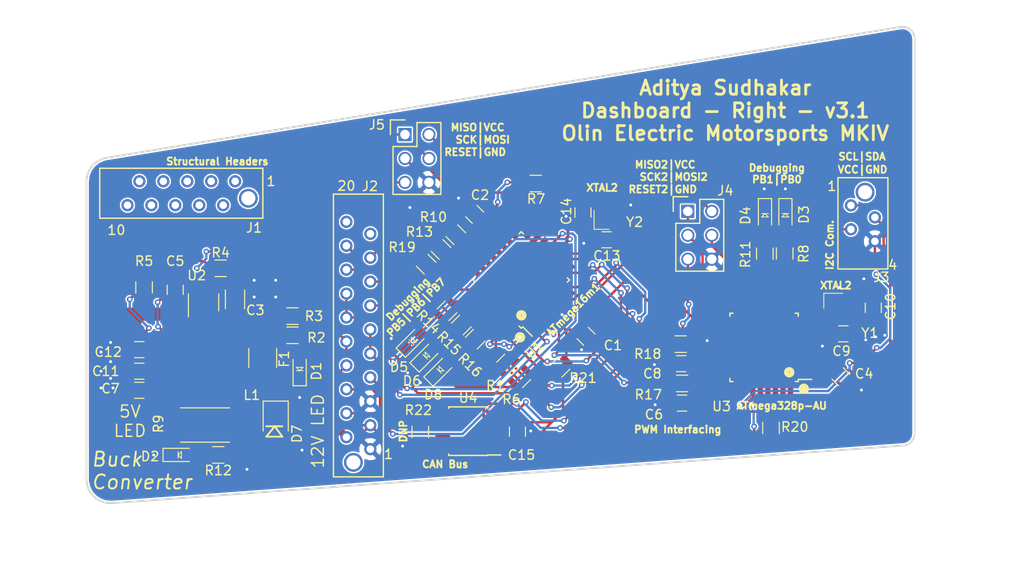
<source format=kicad_pcb>
(kicad_pcb (version 20171130) (host pcbnew 5.0.1-33cea8e~68~ubuntu18.04.1)
  (layers (0 F.Cu signal) (31 B.Cu signal) (34 B.Paste user) (35 F.Paste user) (36 B.SilkS user hide) (37 F.SilkS user) (38 B.Mask user) (39 F.Mask user hide) (44 Edge.Cuts user))
  (net 0 "")
  (net 1 GND)
  (net 2 VCC)
  (net 3 "Net-(D2-Pad2)")
  (net 4 /MISO)
  (net 5 /RXCAN)
  (net 6 /SCK)
  (net 7 /12V_Fused)
  (net 8 "Net-(C5-Pad1)")
  (net 9 "Net-(C5-Pad2)")
  (net 10 "Net-(C11-Pad1)")
  (net 11 "Net-(D1-Pad2)")
  (net 12 +12V)
  (net 13 "Net-(R3-Pad2)")
  (net 14 "Net-(R4-Pad1)")
  (net 15 "Net-(C2-Pad1)")
  (net 16 "Net-(C6-Pad1)")
  (net 17 "Net-(C8-Pad1)")
  (net 18 /XTAL1)
  (net 19 /XTAL2)
  (net 20 "Net-(C13-Pad1)")
  (net 21 "Net-(C14-Pad1)")
  (net 22 "Net-(D3-Pad2)")
  (net 23 "Net-(D4-Pad2)")
  (net 24 "Net-(D5-Pad2)")
  (net 25 "Net-(D6-Pad2)")
  (net 26 "Net-(D8-Pad2)")
  (net 27 "Net-(J1-Pad5)")
  (net 28 "Net-(J1-Pad3)")
  (net 29 "Net-(J1-Pad1)")
  (net 30 "Net-(J1-Pad7)")
  (net 31 "Net-(J1-Pad2)")
  (net 32 "Net-(J1-Pad4)")
  (net 33 "Net-(J1-Pad6)")
  (net 34 "Net-(J1-Pad8)")
  (net 35 "Net-(J1-Pad9)")
  (net 36 "Net-(J1-Pad10)")
  (net 37 /CANL)
  (net 38 /STR_POT_SENSE)
  (net 39 /CANH)
  (net 40 /MOSI)
  (net 41 /RESET)
  (net 42 /RJLED1)
  (net 43 /RJLED2)
  (net 44 /LED_START)
  (net 45 /LED_BMS)
  (net 46 /LED_IMD)
  (net 47 /START_BTN)
  (net 48 "Net-(J2-Pad19)")
  (net 49 "Net-(J2-Pad20)")
  (net 50 /SCL)
  (net 51 /SDA)
  (net 52 /MISO_2)
  (net 53 /SCK_2)
  (net 54 /MOSI_2)
  (net 55 /RESET_2)
  (net 56 "Net-(R1-Pad2)")
  (net 57 "Net-(R6-Pad2)")
  (net 58 "Net-(R8-Pad2)")
  (net 59 "Net-(R10-Pad2)")
  (net 60 "Net-(R11-Pad2)")
  (net 61 "Net-(R13-Pad2)")
  (net 62 "Net-(R14-Pad1)")
  (net 63 "Net-(R15-Pad1)")
  (net 64 "Net-(R16-Pad1)")
  (net 65 /PWM_1)
  (net 66 /PWM_0)
  (net 67 "Net-(R19-Pad1)")
  (net 68 /TXCAN)
  (net 69 "Net-(U1-Pad14)")
  (net 70 "Net-(U1-Pad15)")
  (net 71 "Net-(U1-Pad16)")
  (net 72 "Net-(U1-Pad17)")
  (net 73 "Net-(U1-Pad18)")
  (net 74 "Net-(U1-Pad20)")
  (net 75 "Net-(U1-Pad21)")
  (net 76 "Net-(U1-Pad29)")
  (net 77 "Net-(U1-Pad32)")
  (net 78 "Net-(U3-Pad32)")
  (net 79 "Net-(U3-Pad31)")
  (net 80 "Net-(U3-Pad30)")
  (net 81 "Net-(U3-Pad26)")
  (net 82 "Net-(U3-Pad25)")
  (net 83 "Net-(U3-Pad22)")
  (net 84 "Net-(U3-Pad20)")
  (net 85 "Net-(U3-Pad19)")
  (net 86 "Net-(U3-Pad14)")
  (net 87 "Net-(U3-Pad11)")
  (net 88 "Net-(U3-Pad10)")
  (net 89 "Net-(U3-Pad9)")
  (net 90 "Net-(U3-Pad2)")
  (net 91 "Net-(U3-Pad1)")
  (net 92 "Net-(U4-Pad5)")
  (module footprints:SOIC-8_3.9x4.9mm_Pitch1.27mm_OEM (layer F.Cu) (at 68.750629 66.463797 180)
    (fp_text reference U4 (at 0.000449 3.517517) (layer F.SilkS))
    (fp_text value CAN_Transceiver hide)
    (pad 8 smd rect (at 2.7 -1.905 180) (size 1.55 0.6) (layers F.Cu F.Paste F.Mask) (net 1 GND))
    (pad 7 smd rect (at 2.7 -0.635 180) (size 1.55 0.6) (layers F.Cu F.Paste F.Mask) (net 39 /CANH))
    (pad 6 smd rect (at 2.7 0.635 180) (size 1.55 0.6) (layers F.Cu F.Paste F.Mask) (net 37 /CANL))
    (pad 5 smd rect (at 2.7 1.905 180) (size 1.55 0.6) (layers F.Cu F.Paste F.Mask) (net 92 "Net-(U4-Pad5)"))
    (pad 4 smd rect (at -2.7 1.905 180) (size 1.55 0.6) (layers F.Cu F.Paste F.Mask) (net 5 /RXCAN))
    (pad 3 smd rect (at -2.7 0.635 180) (size 1.55 0.6) (layers F.Cu F.Paste F.Mask) (net 2 VCC))
    (pad 2 smd rect (at -2.7 -0.635 180) (size 1.55 0.6) (layers F.Cu F.Paste F.Mask) (net 1 GND))
    (pad 1 smd rect (at -2.7 -1.905 180) (size 1.55 0.6) (layers F.Cu F.Paste F.Mask) (net 68 /TXCAN))
  )
  (module footprints:C_0805_OEM (layer F.Cu) (at 37.652786 51.461654 270)
    (fp_text reference C5 (at -3.048 0) (layer F.SilkS))
    (fp_text value C_0.1uF hide)
    (pad 1 smd rect (at -1 0 270) (size 1 1.25) (layers F.Cu F.Paste F.Mask) (net 8 "Net-(C5-Pad1)"))
    (pad 2 smd rect (at 1 0 270) (size 1 1.25) (layers F.Cu F.Paste F.Mask) (net 9 "Net-(C5-Pad2)"))
  )
  (module footprints:C_0805_OEM (layer F.Cu) (at 33.842785 60.097653 180)
    (fp_text reference C11 (at 3.556 0 180) (layer F.SilkS))
    (fp_text value C_1uF hide)
    (pad 1 smd rect (at -1 0 180) (size 1 1.25) (layers F.Cu F.Paste F.Mask) (net 10 "Net-(C11-Pad1)"))
    (pad 2 smd rect (at 1 0 180) (size 1 1.25) (layers F.Cu F.Paste F.Mask) (net 1 GND))
  )
  (module footprints:C_0805_OEM (layer F.Cu) (at 33.842785 57.811653 180)
    (fp_text reference C12 (at 3.302 -0.254 180) (layer F.SilkS))
    (fp_text value C_47uF hide)
    (pad 1 smd rect (at -1 0 180) (size 1 1.25) (layers F.Cu F.Paste F.Mask) (net 10 "Net-(C11-Pad1)"))
    (pad 2 smd rect (at 1 0 180) (size 1 1.25) (layers F.Cu F.Paste F.Mask) (net 1 GND))
  )
  (module footprints:LED_0805_OEM (layer F.Cu) (at 38.160785 68.987653)
    (fp_text reference D2 (at -3.172285 0.163847 -180) (layer F.SilkS))
    (fp_text value LED_0805 hide)
    (pad 2 smd rect (at 1.1 0 180) (size 1.2 1.2) (layers F.Cu F.Paste F.Mask) (net 3 "Net-(D2-Pad2)"))
    (pad 1 smd rect (at -1.1 0 180) (size 1.2 1.2) (layers F.Cu F.Paste F.Mask) (net 1 GND))
  )
  (module footprints:Fuse_1210 (layer F.Cu) (at 46.943284 58.695153 90)
    (fp_text reference F1 (at -0.108387 2.279376 90) (layer F.SilkS))
    (fp_text value 500mA hide)
    (pad 1 smd rect (at -1.45 0 90) (size 0.9 2.5) (layers F.Cu F.Paste F.Mask) (net 12 +12V))
    (pad 2 smd rect (at 1.45 0 90) (size 0.9 2.5) (layers F.Cu F.Paste F.Mask) (net 7 /12V_Fused))
  )
  (module footprints:4.7uH_Inductor_OEM (layer F.Cu) (at 40.637285 59.399153 270)
    (fp_text reference L1 (at 3.2385 -5.1435) (layer F.SilkS))
    (fp_text value L_4.7uH hide)
    (pad 1 smd rect (at -2.35 0 270) (size 3.3 8.2) (layers F.Cu F.Paste F.Mask) (net 9 "Net-(C5-Pad2)"))
    (pad 2 smd rect (at 2.35 0 270) (size 3.3 8.2) (layers F.Cu F.Paste F.Mask) (net 10 "Net-(C11-Pad1)"))
  )
  (module footprints:R_0805_OEM (layer F.Cu) (at 50.098784 56.287655)
    (fp_text reference R2 (at 2.54 0.254) (layer F.SilkS))
    (fp_text value R_1k hide)
    (pad 1 smd rect (at -0.95 0) (size 0.7 1.3) (layers F.Cu F.Paste F.Mask) (net 7 /12V_Fused))
    (pad 2 smd rect (at 0.95 0) (size 0.7 1.3) (layers F.Cu F.Paste F.Mask) (net 11 "Net-(D1-Pad2)"))
  )
  (module footprints:R_0805_OEM (layer F.Cu) (at 50.098784 54.255653)
    (fp_text reference R3 (at 2.286 0 -180) (layer F.SilkS))
    (fp_text value R_10k hide)
    (pad 1 smd rect (at -0.95 0) (size 0.7 1.3) (layers F.Cu F.Paste F.Mask) (net 7 /12V_Fused))
    (pad 2 smd rect (at 0.95 0) (size 0.7 1.3) (layers F.Cu F.Paste F.Mask) (net 13 "Net-(R3-Pad2)"))
  )
  (module footprints:R_0805_OEM (layer F.Cu) (at 42.224784 68.987654 180)
    (fp_text reference R12 (at 0 -1.65 180) (layer F.SilkS))
    (fp_text value R_200 hide)
    (pad 1 smd rect (at -0.95 0 180) (size 0.7 1.3) (layers F.Cu F.Paste F.Mask) (net 2 VCC))
    (pad 2 smd rect (at 0.95 0 180) (size 0.7 1.3) (layers F.Cu F.Paste F.Mask) (net 3 "Net-(D2-Pad2)"))
  )
  (module footprints:SOT-23-6_OEM (layer F.Cu) (at 40.662684 52.795153 90)
    (fp_text reference U2 (at 2.8575 -0.7239 -180) (layer F.SilkS))
    (fp_text value TPS561201 hide)
    (pad 1 smd rect (at -1.1 -0.95 90) (size 1.06 0.65) (layers F.Cu F.Paste F.Mask) (net 1 GND))
    (pad 2 smd rect (at -1.1 0 90) (size 1.06 0.65) (layers F.Cu F.Paste F.Mask) (net 9 "Net-(C5-Pad2)"))
    (pad 3 smd rect (at -1.1 0.95 90) (size 1.06 0.65) (layers F.Cu F.Paste F.Mask) (net 7 /12V_Fused))
    (pad 4 smd rect (at 1.1 0.95 90) (size 1.06 0.65) (layers F.Cu F.Paste F.Mask) (net 14 "Net-(R4-Pad1)"))
    (pad 6 smd rect (at 1.1 -0.95 90) (size 1.06 0.65) (layers F.Cu F.Paste F.Mask) (net 8 "Net-(C5-Pad1)"))
    (pad 5 smd rect (at 1.1 0 90) (size 1.06 0.65) (layers F.Cu F.Paste F.Mask) (net 13 "Net-(R3-Pad2)"))
  )
  (module footprints:C_1206_OEM (layer F.Cu) (at 44.002784 52.477653 90)
    (fp_text reference C3 (at -1.149367 2.156636) (layer F.SilkS))
    (fp_text value C_22uF hide)
    (pad 1 smd rect (at -1.5 0 90) (size 1 1.6) (layers F.Cu F.Paste F.Mask) (net 7 /12V_Fused))
    (pad 2 smd rect (at 1.5 0 90) (size 1 1.6) (layers F.Cu F.Paste F.Mask) (net 1 GND))
  )
  (module footprints:C_0805_OEM (layer F.Cu) (at 33.842785 62.129653 180)
    (fp_text reference C7 (at 3.052 0.183 180) (layer F.SilkS))
    (fp_text value C_0.1uF hide)
    (pad 1 smd rect (at -1 0 180) (size 1 1.25) (layers F.Cu F.Paste F.Mask) (net 10 "Net-(C11-Pad1)"))
    (pad 2 smd rect (at 1 0 180) (size 1 1.25) (layers F.Cu F.Paste F.Mask) (net 1 GND))
  )
  (module footprints:LED_0805_OEM (layer F.Cu) (at 50.860784 59.843653 90)
    (fp_text reference D1 (at -0.254 1.778 270) (layer F.SilkS))
    (fp_text value LED_0805 hide)
    (pad 2 smd rect (at 1.1 0 270) (size 1.2 1.2) (layers F.Cu F.Paste F.Mask) (net 11 "Net-(D1-Pad2)"))
    (pad 1 smd rect (at -1.1 0 270) (size 1.2 1.2) (layers F.Cu F.Paste F.Mask) (net 1 GND))
  )
  (module footprints:DO-214AA (layer F.Cu) (at 48.320784 66.447654 270)
    (fp_text reference D7 (at 0.3 -2.25 270) (layer F.SilkS))
    (fp_text value D_Zener_18V hide)
    (pad 2 smd rect (at 2.032 0 90) (size 1.778 2.159) (layers F.Cu F.Paste F.Mask) (net 1 GND))
    (pad 1 smd rect (at -2.032 0 90) (size 1.778 2.159) (layers F.Cu F.Paste F.Mask) (net 12 +12V))
  )
  (module footprints:R_2512_OEM (layer F.Cu) (at 40.827784 65.812653 180)
    (fp_text reference R9 (at 4.953 0.127 270) (layer F.SilkS))
    (fp_text value R_0_Jumper hide)
    (pad 1 smd rect (at -3.1 0 180) (size 1 3.2) (layers F.Cu F.Paste F.Mask) (net 2 VCC))
    (pad 2 smd rect (at 3.1 0 180) (size 1 3.2) (layers F.Cu F.Paste F.Mask) (net 10 "Net-(C11-Pad1)"))
  )
  (module footprints:R_0805_OEM (layer F.Cu) (at 42.478784 49.175653)
    (fp_text reference R4 (at 0 -1.65) (layer F.SilkS))
    (fp_text value R_10k hide)
    (pad 1 smd rect (at -0.95 0) (size 0.7 1.3) (layers F.Cu F.Paste F.Mask) (net 14 "Net-(R4-Pad1)"))
    (pad 2 smd rect (at 0.95 0) (size 0.7 1.3) (layers F.Cu F.Paste F.Mask) (net 1 GND))
  )
  (module footprints:R_0805_OEM (layer F.Cu) (at 34.350784 51.207653 270)
    (fp_text reference R5 (at -2.794 0) (layer F.SilkS))
    (fp_text value R_51.1k hide)
    (pad 1 smd rect (at -0.95 0 270) (size 0.7 1.3) (layers F.Cu F.Paste F.Mask) (net 14 "Net-(R4-Pad1)"))
    (pad 2 smd rect (at 0.95 0 270) (size 0.7 1.3) (layers F.Cu F.Paste F.Mask) (net 10 "Net-(C11-Pad1)"))
  )
  (module footprints:C_0805_OEM (layer F.Cu) (at 81.2546 56.39816 315)
    (fp_text reference C1 (at 2.704853 -1.339854) (layer F.SilkS))
    (fp_text value C_0.1uF hide)
    (pad 2 smd rect (at 1 0 315) (size 1 1.25) (layers F.Cu F.Paste F.Mask) (net 1 GND))
    (pad 1 smd rect (at -1 0 315) (size 1 1.25) (layers F.Cu F.Paste F.Mask) (net 2 VCC))
  )
  (module footprints:C_0805_OEM (layer F.Cu) (at 69.43344 43.45432 135)
    (fp_text reference C2 (at 1.048894 1.853525 180) (layer F.SilkS))
    (fp_text value C_100pF hide)
    (pad 1 smd rect (at -1 0 135) (size 1 1.25) (layers F.Cu F.Paste F.Mask) (net 15 "Net-(C2-Pad1)"))
    (pad 2 smd rect (at 1 0 135) (size 1 1.25) (layers F.Cu F.Paste F.Mask) (net 1 GND))
  )
  (module footprints:C_0805_OEM (layer F.Cu) (at 108.310684 60.686538 315)
    (fp_text reference C4 (at 1.522442 -1.965484) (layer F.SilkS))
    (fp_text value C_0.1uF hide)
    (pad 2 smd rect (at 1 0 315) (size 1 1.25) (layers F.Cu F.Paste F.Mask) (net 1 GND))
    (pad 1 smd rect (at -1 0 315) (size 1 1.25) (layers F.Cu F.Paste F.Mask) (net 2 VCC))
  )
  (module footprints:C_0805_OEM (layer F.Cu) (at 91.45241 63.484248 180)
    (fp_text reference C6 (at 2.981445 -1.221315 180) (layer F.SilkS))
    (fp_text value C_0.1uF hide)
    (pad 1 smd rect (at -1 0 180) (size 1 1.25) (layers F.Cu F.Paste F.Mask) (net 16 "Net-(C6-Pad1)"))
    (pad 2 smd rect (at 1 0 180) (size 1 1.25) (layers F.Cu F.Paste F.Mask) (net 1 GND))
  )
  (module footprints:C_0805_OEM (layer F.Cu) (at 91.360616 59.30062 180)
    (fp_text reference C8 (at 3.062072 -1.058499 180) (layer F.SilkS))
    (fp_text value C_0.1uF hide)
    (pad 2 smd rect (at 1 0 180) (size 1 1.25) (layers F.Cu F.Paste F.Mask) (net 1 GND))
    (pad 1 smd rect (at -1 0 180) (size 1 1.25) (layers F.Cu F.Paste F.Mask) (net 17 "Net-(C8-Pad1)"))
  )
  (module footprints:C_0805_OEM (layer F.Cu) (at 108.564389 56.134145)
    (fp_text reference C9 (at -0.190209 1.836275) (layer F.SilkS))
    (fp_text value C_30pF hide)
    (pad 2 smd rect (at 1 0) (size 1 1.25) (layers F.Cu F.Paste F.Mask) (net 1 GND))
    (pad 1 smd rect (at -1 0) (size 1 1.25) (layers F.Cu F.Paste F.Mask) (net 18 /XTAL1))
  )
  (module footprints:C_0805_OEM (layer F.Cu) (at 111.74701 53.375705 270)
    (fp_text reference C10 (at -0.137305 -1.83163 90) (layer F.SilkS))
    (fp_text value C_30pF hide)
    (pad 1 smd rect (at -1 0 270) (size 1 1.25) (layers F.Cu F.Paste F.Mask) (net 19 /XTAL2))
    (pad 2 smd rect (at 1 0 270) (size 1 1.25) (layers F.Cu F.Paste F.Mask) (net 1 GND))
  )
  (module footprints:C_0805_OEM (layer F.Cu) (at 83.434505 46.15075 180)
    (fp_text reference C13 (at -0.039513 -1.706249 180) (layer F.SilkS))
    (fp_text value C_30pF hide)
    (pad 1 smd rect (at -1 0 180) (size 1 1.25) (layers F.Cu F.Paste F.Mask) (net 20 "Net-(C13-Pad1)"))
    (pad 2 smd rect (at 1 0 180) (size 1 1.25) (layers F.Cu F.Paste F.Mask) (net 1 GND))
  )
  (module footprints:C_0805_OEM (layer F.Cu) (at 80.932606 43.253719 270)
    (fp_text reference C14 (at -0.121979 1.760806 90) (layer F.SilkS))
    (fp_text value C_30pF hide)
    (pad 2 smd rect (at 1 0 270) (size 1 1.25) (layers F.Cu F.Paste F.Mask) (net 1 GND))
    (pad 1 smd rect (at -1 0 270) (size 1 1.25) (layers F.Cu F.Paste F.Mask) (net 21 "Net-(C14-Pad1)"))
  )
  (module footprints:C_0805_OEM (layer F.Cu) (at 73.97823 66.519266 270)
    (fp_text reference C15 (at 2.472214 -0.43107) (layer F.SilkS))
    (fp_text value C_0.1uF hide)
    (pad 2 smd rect (at 1 0 270) (size 1 1.25) (layers F.Cu F.Paste F.Mask) (net 1 GND))
    (pad 1 smd rect (at -1 0 270) (size 1 1.25) (layers F.Cu F.Paste F.Mask) (net 2 VCC))
  )
  (module formula:LED_0805_OEM (layer F.Cu) (at 102.420895 43.57502 270)
    (fp_text reference D3 (at -0.104171 -1.96488 270) (layer F.SilkS))
    (fp_text value LED hide)
    (pad 1 smd rect (at -1.099999 0 90) (size 1.2 1.2) (layers F.Cu F.Paste F.Mask) (net 1 GND))
    (pad 2 smd rect (at 1.099999 0 90) (size 1.2 1.2) (layers F.Cu F.Paste F.Mask) (net 22 "Net-(D3-Pad2)"))
  )
  (module formula:LED_0805_OEM (layer F.Cu) (at 100.251264 43.57502 270)
    (fp_text reference D4 (at -0.001796 2.067255 270) (layer F.SilkS))
    (fp_text value LED hide)
    (pad 2 smd rect (at 1.099999 0 90) (size 1.2 1.2) (layers F.Cu F.Paste F.Mask) (net 23 "Net-(D4-Pad2)"))
    (pad 1 smd rect (at -1.099999 0 90) (size 1.2 1.2) (layers F.Cu F.Paste F.Mask) (net 1 GND))
  )
  (module formula:LED_0805_OEM (layer F.Cu) (at 62.862449 56.869987 45)
    (fp_text reference D5 (at -3.001627 0.950552 180) (layer F.SilkS))
    (fp_text value LED hide)
    (pad 2 smd rect (at 1.099999 0 225) (size 1.2 1.2) (layers F.Cu F.Paste F.Mask) (net 24 "Net-(D5-Pad2)"))
    (pad 1 smd rect (at -1.099999 0 225) (size 1.2 1.2) (layers F.Cu F.Paste F.Mask) (net 1 GND))
  )
  (module formula:LED_0805_OEM (layer F.Cu) (at 64.330567 58.429547 45)
    (fp_text reference D6 (at -2.99983 0.812258 180) (layer F.SilkS))
    (fp_text value LED hide)
    (pad 1 smd rect (at -1.099999 0 225) (size 1.2 1.2) (layers F.Cu F.Paste F.Mask) (net 1 GND))
    (pad 2 smd rect (at 1.099999 0 225) (size 1.2 1.2) (layers F.Cu F.Paste F.Mask) (net 25 "Net-(D6-Pad2)"))
  )
  (module formula:LED_0805_OEM (layer F.Cu) (at 65.80885 59.933227 45)
    (fp_text reference D8 (at -2.421503 1.329518 180) (layer F.SilkS))
    (fp_text value LED hide)
    (pad 2 smd rect (at 1.099999 0 225) (size 1.2 1.2) (layers F.Cu F.Paste F.Mask) (net 26 "Net-(D8-Pad2)"))
    (pad 1 smd rect (at -1.099999 0 225) (size 1.2 1.2) (layers F.Cu F.Paste F.Mask) (net 1 GND))
  )
  (module footprints:micromatch_female_vert_10 (layer F.Cu) (at 38.93566 39.9415 270)
    (fp_text reference J1 (at 4.93776 -7.08914) (layer F.SilkS))
    (fp_text value MM_F_VT_10 hide)
    (fp_text user 10 (at 5.18668 7.52348) (layer F.SilkS))
    (fp_text user 1 (at 0 -8.89) (layer F.SilkS))
    (pad 5 thru_hole circle (at 0 0 270) (size 1.3 1.3) (drill 0.8) (layers *.Cu *.Mask) (net 27 "Net-(J1-Pad5)"))
    (pad 3 thru_hole circle (at 0 -2.54 270) (size 1.3 1.3) (drill 0.8) (layers *.Cu *.Mask) (net 28 "Net-(J1-Pad3)"))
    (pad 1 thru_hole circle (at 0 -5.08 270) (size 1.3 1.3) (drill 0.8) (layers *.Cu *.Mask) (net 29 "Net-(J1-Pad1)"))
    (pad 7 thru_hole circle (at 0 2.54 270) (size 1.3 1.3) (drill 0.8) (layers *.Cu *.Mask) (net 30 "Net-(J1-Pad7)"))
    (pad 2 thru_hole circle (at 2.54 -3.81 270) (size 1.3 1.3) (drill 0.8) (layers *.Cu *.Mask) (net 31 "Net-(J1-Pad2)"))
    (pad 4 thru_hole circle (at 2.54 -1.27 270) (size 1.3 1.3) (drill 0.8) (layers *.Cu *.Mask) (net 32 "Net-(J1-Pad4)"))
    (pad 6 thru_hole circle (at 2.54 1.27 270) (size 1.3 1.3) (drill 0.8) (layers *.Cu *.Mask) (net 33 "Net-(J1-Pad6)"))
    (pad 8 thru_hole circle (at 2.54 3.81 270) (size 1.3 1.3) (drill 0.8) (layers *.Cu *.Mask) (net 34 "Net-(J1-Pad8)"))
    (pad 9 thru_hole circle (at 0 5.08 270) (size 1.3 1.3) (drill 0.8) (layers *.Cu *.Mask) (net 35 "Net-(J1-Pad9)"))
    (pad 10 thru_hole circle (at 2.54 6.35 270) (size 1.3 1.3) (drill 0.8) (layers *.Cu *.Mask) (net 36 "Net-(J1-Pad10)"))
    (pad 11 thru_hole circle (at 1.8 -6.48 270) (size 2 2) (drill 1.5) (layers *.Cu *.Mask))
  )
  (module footprints:micromatch_female_vert_20 (layer F.Cu) (at 58.36666 63.29426 180)
    (fp_text reference J2 (at 0.0381 22.82444 180) (layer F.SilkS))
    (fp_text value MM_F_VT_20 hide)
    (fp_text user 20 (at 2.54 22.86 180) (layer F.SilkS))
    (fp_text user 1 (at -1.92786 -5.61848 180) (layer F.SilkS))
    (pad 5 thru_hole circle (at 0 0 180) (size 1.3 1.3) (drill 0.8) (layers *.Cu *.Mask) (net 1 GND))
    (pad 3 thru_hole circle (at 0 -2.54 180) (size 1.3 1.3) (drill 0.8) (layers *.Cu *.Mask) (net 2 VCC))
    (pad 1 thru_hole circle (at 0 -5.08 180) (size 1.3 1.3) (drill 0.8) (layers *.Cu *.Mask) (net 1 GND))
    (pad 7 thru_hole circle (at 0 2.54 180) (size 1.3 1.3) (drill 0.8) (layers *.Cu *.Mask) (net 37 /CANL))
    (pad 2 thru_hole circle (at 2.54 -3.81 180) (size 1.3 1.3) (drill 0.8) (layers *.Cu *.Mask) (net 12 +12V))
    (pad 4 thru_hole circle (at 2.54 -1.27 180) (size 1.3 1.3) (drill 0.8) (layers *.Cu *.Mask) (net 38 /STR_POT_SENSE))
    (pad 6 thru_hole circle (at 2.54 1.27 180) (size 1.3 1.3) (drill 0.8) (layers *.Cu *.Mask) (net 39 /CANH))
    (pad 8 thru_hole circle (at 2.54 3.81 180) (size 1.3 1.3) (drill 0.8) (layers *.Cu *.Mask) (net 2 VCC))
    (pad 9 thru_hole circle (at 0 5.08 180) (size 1.3 1.3) (drill 0.8) (layers *.Cu *.Mask) (net 40 /MOSI))
    (pad 10 thru_hole circle (at 2.54 6.35 180) (size 1.3 1.3) (drill 0.8) (layers *.Cu *.Mask) (net 4 /MISO))
    (pad 11 thru_hole circle (at 0 7.62 180) (size 1.3 1.3) (drill 0.8) (layers *.Cu *.Mask) (net 6 /SCK))
    (pad 12 thru_hole circle (at 2.54 8.89 180) (size 1.3 1.3) (drill 0.8) (layers *.Cu *.Mask) (net 41 /RESET))
    (pad 13 thru_hole circle (at 0 10.16 180) (size 1.3 1.3) (drill 0.8) (layers *.Cu *.Mask) (net 42 /RJLED1))
    (pad 14 thru_hole circle (at 2.54 11.43 180) (size 1.3 1.3) (drill 0.8) (layers *.Cu *.Mask) (net 43 /RJLED2))
    (pad 15 thru_hole circle (at 0 12.7 180) (size 1.3 1.3) (drill 0.8) (layers *.Cu *.Mask) (net 44 /LED_START))
    (pad 16 thru_hole circle (at 2.54 13.97 180) (size 1.3 1.3) (drill 0.8) (layers *.Cu *.Mask) (net 45 /LED_BMS))
    (pad 17 thru_hole circle (at 0 15.24 180) (size 1.3 1.3) (drill 0.8) (layers *.Cu *.Mask) (net 46 /LED_IMD))
    (pad 18 thru_hole circle (at 2.54 16.51 180) (size 1.3 1.3) (drill 0.8) (layers *.Cu *.Mask) (net 47 /START_BTN))
    (pad 19 thru_hole circle (at 0 17.78 180) (size 1.3 1.3) (drill 0.8) (layers *.Cu *.Mask) (net 48 "Net-(J2-Pad19)"))
    (pad 20 thru_hole circle (at 2.54 19.05 180) (size 1.3 1.3) (drill 0.8) (layers *.Cu *.Mask) (net 49 "Net-(J2-Pad20)"))
    (pad 21 thru_hole circle (at 1.8 -6.48 180) (size 2 2) (drill 1.5) (layers *.Cu *.Mask))
  )
  (module footprints:micromatch_female_vert_4 (layer F.Cu) (at 109.37748 47.58182)
    (fp_text reference J3 (at 3.23596 2.54508 180) (layer F.SilkS))
    (fp_text value MM_F_VT_04 hide)
    (fp_text user 4 (at 4.4323 1.24714) (layer F.SilkS))
    (fp_text user 1 (at -2.02184 -7.11962) (layer F.SilkS))
    (pad 3 thru_hole circle (at 0 -2.54) (size 1.3 1.3) (drill 0.8) (layers *.Cu *.Mask) (net 2 VCC))
    (pad 1 thru_hole circle (at 0 -5.08) (size 1.3 1.3) (drill 0.8) (layers *.Cu *.Mask) (net 50 /SCL))
    (pad 2 thru_hole circle (at 2.54 -3.81) (size 1.3 1.3) (drill 0.8) (layers *.Cu *.Mask) (net 51 /SDA))
    (pad 4 thru_hole circle (at 2.54 -1.27) (size 1.3 1.3) (drill 0.8) (layers *.Cu *.Mask) (net 1 GND))
    (pad 5 thru_hole circle (at 1.5 -6.48) (size 2 2) (drill 1.5) (layers *.Cu *.Mask))
  )
  (module footprints:Pin_Header_Straight_2x03 (layer F.Cu) (at 92.06484 43.13174)
    (fp_text reference J4 (at 3.98018 -2.19456) (layer F.SilkS))
    (fp_text value CONN_02X03 hide)
    (pad 1 thru_hole rect (at 0 0) (size 1.4 1.4) (drill 1.016) (layers *.Cu *.Mask) (net 52 /MISO_2))
    (pad 2 thru_hole circle (at 2.54 0) (size 1.4 1.4) (drill 1.016) (layers *.Cu *.Mask) (net 2 VCC))
    (pad 3 thru_hole circle (at 0 2.54) (size 1.4 1.4) (drill 1.016) (layers *.Cu *.Mask) (net 53 /SCK_2))
    (pad 4 thru_hole circle (at 2.54 2.54) (size 1.4 1.4) (drill 1.016) (layers *.Cu *.Mask) (net 54 /MOSI_2))
    (pad 5 thru_hole circle (at 0 5.08) (size 1.4 1.4) (drill 1.016) (layers *.Cu *.Mask) (net 55 /RESET_2))
    (pad 6 thru_hole circle (at 2.54 5.08) (size 1.4 1.4) (drill 1.016) (layers *.Cu *.Mask) (net 1 GND))
  )
  (module footprints:Pin_Header_Straight_2x03 (layer F.Cu) (at 62.04458 34.98088)
    (fp_text reference J5 (at -2.99212 -1.03124) (layer F.SilkS))
    (fp_text value CONN_02X03 hide)
    (pad 6 thru_hole circle (at 2.54 5.08) (size 1.4 1.4) (drill 1.016) (layers *.Cu *.Mask) (net 1 GND))
    (pad 5 thru_hole circle (at 0 5.08) (size 1.4 1.4) (drill 1.016) (layers *.Cu *.Mask) (net 41 /RESET))
    (pad 4 thru_hole circle (at 2.54 2.54) (size 1.4 1.4) (drill 1.016) (layers *.Cu *.Mask) (net 40 /MOSI))
    (pad 3 thru_hole circle (at 0 2.54) (size 1.4 1.4) (drill 1.016) (layers *.Cu *.Mask) (net 6 /SCK))
    (pad 2 thru_hole circle (at 2.54 0) (size 1.4 1.4) (drill 1.016) (layers *.Cu *.Mask) (net 2 VCC))
    (pad 1 thru_hole rect (at 0 0) (size 1.4 1.4) (drill 1.016) (layers *.Cu *.Mask) (net 4 /MISO))
  )
  (module footprints:R_0805_OEM (layer F.Cu) (at 72.824033 59.337525 45)
    (fp_text reference R1 (at -2.465348 0.770309 180) (layer F.SilkS))
    (fp_text value R_200 hide)
    (pad 2 smd rect (at 0.949999 0 45) (size 0.7 1.3) (layers F.Cu F.Paste F.Mask) (net 56 "Net-(R1-Pad2)"))
    (pad 1 smd rect (at -0.949999 0 45) (size 0.7 1.3) (layers F.Cu F.Paste F.Mask) (net 42 /RJLED1))
  )
  (module footprints:R_0805_OEM (layer F.Cu) (at 74.332793 60.785325 45)
    (fp_text reference R6 (at -2.328848 0.928362 180) (layer F.SilkS))
    (fp_text value R_200 hide)
    (pad 1 smd rect (at -0.949999 0 45) (size 0.7 1.3) (layers F.Cu F.Paste F.Mask) (net 43 /RJLED2))
    (pad 2 smd rect (at 0.949999 0 45) (size 0.7 1.3) (layers F.Cu F.Paste F.Mask) (net 57 "Net-(R6-Pad2)"))
  )
  (module footprints:R_0805_OEM (layer F.Cu) (at 75.91298 40.1828 180)
    (fp_text reference R7 (at -0.04318 -1.63322 180) (layer F.SilkS))
    (fp_text value R_100 hide)
    (pad 2 smd rect (at 0.95 0 180) (size 0.7 1.3) (layers F.Cu F.Paste F.Mask) (net 15 "Net-(C2-Pad1)"))
    (pad 1 smd rect (at -0.95 0 180) (size 0.7 1.3) (layers F.Cu F.Paste F.Mask) (net 2 VCC))
  )
  (module footprints:R_0805_OEM (layer F.Cu) (at 102.343665 47.610747 270)
    (fp_text reference R8 (at 0.019757 -2.016966 270) (layer F.SilkS))
    (fp_text value R_200 hide)
    (pad 2 smd rect (at 0.949999 0 270) (size 0.7 1.3) (layers F.Cu F.Paste F.Mask) (net 58 "Net-(R8-Pad2)"))
    (pad 1 smd rect (at -0.949999 0 270) (size 0.7 1.3) (layers F.Cu F.Paste F.Mask) (net 22 "Net-(D3-Pad2)"))
  )
  (module footprints:R_0805_OEM (layer F.Cu) (at 67.43192 45.60824 315)
    (fp_text reference R10 (at -3.001202 0.361006) (layer F.SilkS))
    (fp_text value R_200 hide)
    (pad 1 smd rect (at -0.949999 0 315) (size 0.7 1.3) (layers F.Cu F.Paste F.Mask) (net 46 /LED_IMD))
    (pad 2 smd rect (at 0.949999 0 315) (size 0.7 1.3) (layers F.Cu F.Paste F.Mask) (net 59 "Net-(R10-Pad2)"))
  )
  (module footprints:R_0805_OEM (layer F.Cu) (at 100.2351 47.621524 270)
    (fp_text reference R11 (at 0.08621 2.05109 270) (layer F.SilkS))
    (fp_text value R_200 hide)
    (pad 1 smd rect (at -0.949999 0 270) (size 0.7 1.3) (layers F.Cu F.Paste F.Mask) (net 23 "Net-(D4-Pad2)"))
    (pad 2 smd rect (at 0.949999 0 270) (size 0.7 1.3) (layers F.Cu F.Paste F.Mask) (net 60 "Net-(R11-Pad2)"))
  )
  (module footprints:R_0805_OEM (layer F.Cu) (at 65.86728 47.17796 315)
    (fp_text reference R13 (at -2.941932 0.301737) (layer F.SilkS))
    (fp_text value R_200 hide)
    (pad 1 smd rect (at -0.949999 0 315) (size 0.7 1.3) (layers F.Cu F.Paste F.Mask) (net 44 /LED_START))
    (pad 2 smd rect (at 0.949999 0 315) (size 0.7 1.3) (layers F.Cu F.Paste F.Mask) (net 61 "Net-(R13-Pad2)"))
  )
  (module footprints:R_0805_OEM (layer F.Cu) (at 66.50227 53.692448 225)
    (fp_text reference R14 (at 2.225733 0.561724 135) (layer F.SilkS))
    (fp_text value R_200 hide)
    (pad 1 smd rect (at -0.949999 0 225) (size 0.7 1.3) (layers F.Cu F.Paste F.Mask) (net 62 "Net-(R14-Pad1)"))
    (pad 2 smd rect (at 0.949999 0 225) (size 0.7 1.3) (layers F.Cu F.Paste F.Mask) (net 24 "Net-(D5-Pad2)"))
  )
  (module footprints:R_0805_OEM (layer F.Cu) (at 68.024944 55.197813 225)
    (fp_text reference R15 (at 2.29365 -0.445607 315) (layer F.SilkS))
    (fp_text value R_200 hide)
    (pad 2 smd rect (at 0.949999 0 225) (size 0.7 1.3) (layers F.Cu F.Paste F.Mask) (net 25 "Net-(D6-Pad2)"))
    (pad 1 smd rect (at -0.949999 0 225) (size 0.7 1.3) (layers F.Cu F.Paste F.Mask) (net 63 "Net-(R15-Pad1)"))
  )
  (module footprints:R_0805_OEM (layer F.Cu) (at 69.499469 56.704887 225)
    (fp_text reference R16 (at 2.34068 -1.564802 135) (layer F.SilkS))
    (fp_text value R_200 hide)
    (pad 2 smd rect (at 0.949999 0 225) (size 0.7 1.3) (layers F.Cu F.Paste F.Mask) (net 26 "Net-(D8-Pad2)"))
    (pad 1 smd rect (at -0.949999 0 225) (size 0.7 1.3) (layers F.Cu F.Paste F.Mask) (net 64 "Net-(R16-Pad1)"))
  )
  (module footprints:R_0805_OEM (layer F.Cu) (at 91.463186 61.397237)
    (fp_text reference R17 (at -3.58851 1.188986) (layer F.SilkS))
    (fp_text value R_100K hide)
    (pad 1 smd rect (at -0.949999 0) (size 0.7 1.3) (layers F.Cu F.Paste F.Mask) (net 65 /PWM_1))
    (pad 2 smd rect (at 0.949999 0) (size 0.7 1.3) (layers F.Cu F.Paste F.Mask) (net 16 "Net-(C6-Pad1)"))
  )
  (module footprints:R_0805_OEM (layer F.Cu) (at 91.301542 57.226806)
    (fp_text reference R18 (at -3.49504 1.04648) (layer F.SilkS))
    (fp_text value R_100K hide)
    (pad 2 smd rect (at 0.949999 0) (size 0.7 1.3) (layers F.Cu F.Paste F.Mask) (net 17 "Net-(C8-Pad1)"))
    (pad 1 smd rect (at -0.949999 0) (size 0.7 1.3) (layers F.Cu F.Paste F.Mask) (net 66 /PWM_0))
  )
  (module footprints:R_0805_OEM (layer F.Cu) (at 64.2874 48.74768 135)
    (fp_text reference R19 (at 3.080228 -0.526243 180) (layer F.SilkS))
    (fp_text value R_200 hide)
    (pad 1 smd rect (at -0.949999 0 135) (size 0.7 1.3) (layers F.Cu F.Paste F.Mask) (net 67 "Net-(R19-Pad1)"))
    (pad 2 smd rect (at 0.949999 0 135) (size 0.7 1.3) (layers F.Cu F.Paste F.Mask) (net 45 /LED_BMS))
  )
  (module footprints:R_0805_OEM (layer F.Cu) (at 100.892455 66.120851 270)
    (fp_text reference R20 (at -0.106251 -2.518565) (layer F.SilkS))
    (fp_text value R_10K hide)
    (pad 2 smd rect (at 0.949999 0 270) (size 0.7 1.3) (layers F.Cu F.Paste F.Mask) (net 2 VCC))
    (pad 1 smd rect (at -0.949999 0 270) (size 0.7 1.3) (layers F.Cu F.Paste F.Mask) (net 55 /RESET_2))
  )
  (module footprints:R_0805_OEM (layer F.Cu) (at 78.49616 59.67984 45)
    (fp_text reference R21 (at 0.915986 2.539616 180) (layer F.SilkS))
    (fp_text value R_10k hide)
    (pad 1 smd rect (at -0.949999 0 45) (size 0.7 1.3) (layers F.Cu F.Paste F.Mask) (net 41 /RESET))
    (pad 2 smd rect (at 0.949999 0 45) (size 0.7 1.3) (layers F.Cu F.Paste F.Mask) (net 2 VCC))
  )
  (module footprints:R_0805_OEM (layer F.Cu) (at 63.666443 66.544922 90)
    (fp_text reference R22 (at 2.308322 -0.207083 180) (layer F.SilkS))
    (fp_text value R_120 hide)
    (pad 1 smd rect (at -0.95 0 90) (size 0.7 1.3) (layers F.Cu F.Paste F.Mask) (net 39 /CANH))
    (pad 2 smd rect (at 0.95 0 90) (size 0.7 1.3) (layers F.Cu F.Paste F.Mask) (net 37 /CANL))
  )
  (module footprints:TQFP-32_7x7mm_Pitch0.8mm (layer F.Cu) (at 74.37881 50.415847 135)
    (fp_text reference U1 (at -6.187837 -4.244495 45) (layer F.SilkS))
    (fp_text value ATMEGA16M1 hide)
    (pad 1 smd rect (at -4.25 -2.8 135) (size 1.6 0.55) (layers F.Cu F.Paste F.Mask) (net 4 /MISO))
    (pad 2 smd rect (at -4.25 -2 135) (size 1.6 0.55) (layers F.Cu F.Paste F.Mask) (net 40 /MOSI))
    (pad 3 smd rect (at -4.25 -1.2 135) (size 1.6 0.55) (layers F.Cu F.Paste F.Mask) (net 65 /PWM_1))
    (pad 4 smd rect (at -4.25 -0.4 135) (size 1.6 0.55) (layers F.Cu F.Paste F.Mask) (net 2 VCC))
    (pad 5 smd rect (at -4.25 0.4 135) (size 1.6 0.55) (layers F.Cu F.Paste F.Mask) (net 1 GND))
    (pad 6 smd rect (at -4.25 1.2 135) (size 1.6 0.55) (layers F.Cu F.Paste F.Mask) (net 68 /TXCAN))
    (pad 7 smd rect (at -4.25 2 135) (size 1.6 0.55) (layers F.Cu F.Paste F.Mask) (net 5 /RXCAN))
    (pad 8 smd rect (at -4.25 2.8 135) (size 1.6 0.55) (layers F.Cu F.Paste F.Mask) (net 56 "Net-(R1-Pad2)"))
    (pad 9 smd rect (at -2.8 4.25 225) (size 1.6 0.55) (layers F.Cu F.Paste F.Mask) (net 57 "Net-(R6-Pad2)"))
    (pad 10 smd rect (at -2 4.25 225) (size 1.6 0.55) (layers F.Cu F.Paste F.Mask) (net 21 "Net-(C14-Pad1)"))
    (pad 11 smd rect (at -1.2 4.25 225) (size 1.6 0.55) (layers F.Cu F.Paste F.Mask) (net 20 "Net-(C13-Pad1)"))
    (pad 12 smd rect (at -0.4 4.25 225) (size 1.6 0.55) (layers F.Cu F.Paste F.Mask) (net 6 /SCK))
    (pad 13 smd rect (at 0.4 4.25 225) (size 1.6 0.55) (layers F.Cu F.Paste F.Mask) (net 38 /STR_POT_SENSE))
    (pad 14 smd rect (at 1.2 4.25 225) (size 1.6 0.55) (layers F.Cu F.Paste F.Mask) (net 69 "Net-(U1-Pad14)"))
    (pad 15 smd rect (at 2 4.25 225) (size 1.6 0.55) (layers F.Cu F.Paste F.Mask) (net 70 "Net-(U1-Pad15)"))
    (pad 16 smd rect (at 2.8 4.25 225) (size 1.6 0.55) (layers F.Cu F.Paste F.Mask) (net 71 "Net-(U1-Pad16)"))
    (pad 17 smd rect (at 4.25 2.8 135) (size 1.6 0.55) (layers F.Cu F.Paste F.Mask) (net 72 "Net-(U1-Pad17)"))
    (pad 18 smd rect (at 4.25 2 135) (size 1.6 0.55) (layers F.Cu F.Paste F.Mask) (net 73 "Net-(U1-Pad18)"))
    (pad 19 smd rect (at 4.25 1.2 135) (size 1.6 0.55) (layers F.Cu F.Paste F.Mask) (net 15 "Net-(C2-Pad1)"))
    (pad 20 smd rect (at 4.25 0.4 135) (size 1.6 0.55) (layers F.Cu F.Paste F.Mask) (net 74 "Net-(U1-Pad20)"))
    (pad 21 smd rect (at 4.25 -0.4 135) (size 1.6 0.55) (layers F.Cu F.Paste F.Mask) (net 75 "Net-(U1-Pad21)"))
    (pad 22 smd rect (at 4.25 -1.2 135) (size 1.6 0.55) (layers F.Cu F.Paste F.Mask) (net 47 /START_BTN))
    (pad 23 smd rect (at 4.25 -2 135) (size 1.6 0.55) (layers F.Cu F.Paste F.Mask) (net 59 "Net-(R10-Pad2)"))
    (pad 24 smd rect (at 4.25 -2.8 135) (size 1.6 0.55) (layers F.Cu F.Paste F.Mask) (net 61 "Net-(R13-Pad2)"))
    (pad 25 smd rect (at 2.8 -4.25 225) (size 1.6 0.55) (layers F.Cu F.Paste F.Mask) (net 67 "Net-(R19-Pad1)"))
    (pad 26 smd rect (at 2 -4.25 225) (size 1.6 0.55) (layers F.Cu F.Paste F.Mask) (net 62 "Net-(R14-Pad1)"))
    (pad 27 smd rect (at 1.2 -4.25 225) (size 1.6 0.55) (layers F.Cu F.Paste F.Mask) (net 63 "Net-(R15-Pad1)"))
    (pad 28 smd rect (at 0.4 -4.25 225) (size 1.6 0.55) (layers F.Cu F.Paste F.Mask) (net 64 "Net-(R16-Pad1)"))
    (pad 29 smd rect (at -0.4 -4.25 225) (size 1.6 0.55) (layers F.Cu F.Paste F.Mask) (net 76 "Net-(U1-Pad29)"))
    (pad 30 smd rect (at -1.2 -4.25 225) (size 1.6 0.55) (layers F.Cu F.Paste F.Mask) (net 66 /PWM_0))
    (pad 31 smd rect (at -2 -4.25 225) (size 1.6 0.55) (layers F.Cu F.Paste F.Mask) (net 41 /RESET))
    (pad 32 smd rect (at -2.8 -4.25 225) (size 1.6 0.55) (layers F.Cu F.Paste F.Mask) (net 77 "Net-(U1-Pad32)"))
  )
  (module footprints:TQFP-32_7x7mm_Pitch0.8mm (layer F.Cu) (at 100.159666 57.571648 180)
    (fp_text reference U3 (at 4.513426 -6.266172 180) (layer F.SilkS))
    (fp_text value ATmega328P-AU hide)
    (pad 32 smd rect (at -2.8 -4.25 270) (size 1.6 0.55) (layers F.Cu F.Paste F.Mask) (net 78 "Net-(U3-Pad32)"))
    (pad 31 smd rect (at -2 -4.25 270) (size 1.6 0.55) (layers F.Cu F.Paste F.Mask) (net 79 "Net-(U3-Pad31)"))
    (pad 30 smd rect (at -1.2 -4.25 270) (size 1.6 0.55) (layers F.Cu F.Paste F.Mask) (net 80 "Net-(U3-Pad30)"))
    (pad 29 smd rect (at -0.4 -4.25 270) (size 1.6 0.55) (layers F.Cu F.Paste F.Mask) (net 55 /RESET_2))
    (pad 28 smd rect (at 0.4 -4.25 270) (size 1.6 0.55) (layers F.Cu F.Paste F.Mask) (net 50 /SCL))
    (pad 27 smd rect (at 1.2 -4.25 270) (size 1.6 0.55) (layers F.Cu F.Paste F.Mask) (net 51 /SDA))
    (pad 26 smd rect (at 2 -4.25 270) (size 1.6 0.55) (layers F.Cu F.Paste F.Mask) (net 81 "Net-(U3-Pad26)"))
    (pad 25 smd rect (at 2.8 -4.25 270) (size 1.6 0.55) (layers F.Cu F.Paste F.Mask) (net 82 "Net-(U3-Pad25)"))
    (pad 24 smd rect (at 4.25 -2.8 180) (size 1.6 0.55) (layers F.Cu F.Paste F.Mask) (net 16 "Net-(C6-Pad1)"))
    (pad 23 smd rect (at 4.25 -2 180) (size 1.6 0.55) (layers F.Cu F.Paste F.Mask) (net 17 "Net-(C8-Pad1)"))
    (pad 22 smd rect (at 4.25 -1.2 180) (size 1.6 0.55) (layers F.Cu F.Paste F.Mask) (net 83 "Net-(U3-Pad22)"))
    (pad 21 smd rect (at 4.25 -0.4 180) (size 1.6 0.55) (layers F.Cu F.Paste F.Mask) (net 1 GND))
    (pad 20 smd rect (at 4.25 0.4 180) (size 1.6 0.55) (layers F.Cu F.Paste F.Mask) (net 84 "Net-(U3-Pad20)"))
    (pad 19 smd rect (at 4.25 1.2 180) (size 1.6 0.55) (layers F.Cu F.Paste F.Mask) (net 85 "Net-(U3-Pad19)"))
    (pad 18 smd rect (at 4.25 2 180) (size 1.6 0.55) (layers F.Cu F.Paste F.Mask) (net 2 VCC))
    (pad 17 smd rect (at 4.25 2.8 180) (size 1.6 0.55) (layers F.Cu F.Paste F.Mask) (net 53 /SCK_2))
    (pad 16 smd rect (at 2.8 4.25 270) (size 1.6 0.55) (layers F.Cu F.Paste F.Mask) (net 52 /MISO_2))
    (pad 15 smd rect (at 2 4.25 270) (size 1.6 0.55) (layers F.Cu F.Paste F.Mask) (net 54 /MOSI_2))
    (pad 14 smd rect (at 1.2 4.25 270) (size 1.6 0.55) (layers F.Cu F.Paste F.Mask) (net 86 "Net-(U3-Pad14)"))
    (pad 13 smd rect (at 0.4 4.25 270) (size 1.6 0.55) (layers F.Cu F.Paste F.Mask) (net 60 "Net-(R11-Pad2)"))
    (pad 12 smd rect (at -0.4 4.25 270) (size 1.6 0.55) (layers F.Cu F.Paste F.Mask) (net 58 "Net-(R8-Pad2)"))
    (pad 11 smd rect (at -1.2 4.25 270) (size 1.6 0.55) (layers F.Cu F.Paste F.Mask) (net 87 "Net-(U3-Pad11)"))
    (pad 10 smd rect (at -2 4.25 270) (size 1.6 0.55) (layers F.Cu F.Paste F.Mask) (net 88 "Net-(U3-Pad10)"))
    (pad 9 smd rect (at -2.8 4.25 270) (size 1.6 0.55) (layers F.Cu F.Paste F.Mask) (net 89 "Net-(U3-Pad9)"))
    (pad 8 smd rect (at -4.25 2.8 180) (size 1.6 0.55) (layers F.Cu F.Paste F.Mask) (net 19 /XTAL2))
    (pad 7 smd rect (at -4.25 2 180) (size 1.6 0.55) (layers F.Cu F.Paste F.Mask) (net 18 /XTAL1))
    (pad 6 smd rect (at -4.25 1.2 180) (size 1.6 0.55) (layers F.Cu F.Paste F.Mask) (net 2 VCC))
    (pad 5 smd rect (at -4.25 0.4 180) (size 1.6 0.55) (layers F.Cu F.Paste F.Mask) (net 1 GND))
    (pad 4 smd rect (at -4.25 -0.4 180) (size 1.6 0.55) (layers F.Cu F.Paste F.Mask) (net 2 VCC))
    (pad 3 smd rect (at -4.25 -1.2 180) (size 1.6 0.55) (layers F.Cu F.Paste F.Mask) (net 1 GND))
    (pad 2 smd rect (at -4.25 -2 180) (size 1.6 0.55) (layers F.Cu F.Paste F.Mask) (net 90 "Net-(U3-Pad2)"))
    (pad 1 smd rect (at -4.25 -2.8 180) (size 1.6 0.55) (layers F.Cu F.Paste F.Mask) (net 91 "Net-(U3-Pad1)"))
  )
  (module footprints:Crystal_SMD_FA238 (layer F.Cu) (at 108.493592 53.42892)
    (fp_text reference Y1 (at 2.890488 2.61618) (layer F.SilkS))
    (fp_text value Crystal_SMD hide)
    (pad 1 smd rect (at -1.1 0.8) (size 1.4 1.2) (layers F.Cu F.Mask) (net 18 /XTAL1))
    (pad 2 smd rect (at 1.1 0.8) (size 1.4 1.2) (layers F.Cu F.Mask) (net 1 GND))
    (pad 3 smd rect (at 1.1 -0.8) (size 1.4 1.2) (layers F.Cu F.Mask) (net 19 /XTAL2))
    (pad 4 smd rect (at -1.1 -0.8) (size 1.4 1.2) (layers F.Cu F.Mask) (net 1 GND))
  )
  (module footprints:Crystal_SMD_FA238 (layer F.Cu) (at 83.711724 43.039745 90)
    (fp_text reference Y2 (at -1.234995 2.701616 180) (layer F.SilkS))
    (fp_text value Crystal_SMD hide)
    (pad 4 smd rect (at -1.1 -0.8 90) (size 1.4 1.2) (layers F.Cu F.Mask) (net 1 GND))
    (pad 3 smd rect (at 1.1 -0.8 90) (size 1.4 1.2) (layers F.Cu F.Mask) (net 21 "Net-(C14-Pad1)"))
    (pad 2 smd rect (at 1.1 0.8 90) (size 1.4 1.2) (layers F.Cu F.Mask) (net 1 GND))
    (pad 1 smd rect (at -1.1 0.8 90) (size 1.4 1.2) (layers F.Cu F.Mask) (net 20 "Net-(C13-Pad1)"))
  )
  (gr_text XTAL2 (at 82.96656 40.6273) (layer F.SilkS) (effects (font (size 0.762 0.762) (thickness 0.1905))))
  (gr_text XTAL2 (at 107.77982 51.0032) (layer F.SilkS) (effects (font (size 0.762 0.762) (thickness 0.1905))))
  (gr_text "I2C Com." (at 107.13212 46.70552 90) (layer F.SilkS) (effects (font (size 0.762 0.762) (thickness 0.1905))))
  (gr_text "PWM Interfacing" (at 90.99296 66.28384) (layer F.SilkS) (effects (font (size 0.762 0.762) (thickness 0.1905))))
  (gr_text ATmega16m1 (at 79.89824 53.56098 45) (layer F.SilkS) (effects (font (size 0.762 0.762) (thickness 0.1905))))
  (gr_text ATmega328p-AU (at 102.0318 63.7667) (layer F.SilkS) (effects (font (size 0.762 0.762) (thickness 0.1905))))
  (gr_text SCL|SDA (at 107.94238 37.32022) (layer F.SilkS) (effects (font (size 0.762 0.762) (thickness 0.1905)) (justify left)))
  (gr_text VCC|GND (at 107.87888 38.70198) (layer F.SilkS) (effects (font (size 0.762 0.762) (thickness 0.1905)) (justify left)))
  (gr_text MISO2|VCC (at 86.33968 38.17874) (layer F.SilkS) (effects (font (size 0.762 0.762) (thickness 0.1905)) (justify left)))
  (gr_text RESET2|GND (at 85.66404 40.79748) (layer F.SilkS) (effects (font (size 0.762 0.762) (thickness 0.1905)) (justify left)))
  (gr_text SCK2|MOSI2 (at 86.84768 39.48176) (layer F.SilkS) (effects (font (size 0.762 0.762) (thickness 0.1905)) (justify left)))
  (gr_text RESET|GND (at 66.12128 36.84524) (layer F.SilkS) (effects (font (size 0.762 0.762) (thickness 0.1905)) (justify left)))
  (gr_text SCK|MOSI (at 67.30492 35.52952) (layer F.SilkS) (effects (font (size 0.762 0.762) (thickness 0.1905)) (justify left)))
  (gr_text DNP (at 61.8617 66.47688 90) (layer F.SilkS) (effects (font (size 0.762 0.762) (thickness 0.1905))))
  (gr_text "CAN Bus\n" (at 66.30924 69.97446) (layer F.SilkS) (effects (font (size 0.762 0.762) (thickness 0.1905))))
  (gr_text "Debugging\nPB5|PB6|PB7" (at 62.79388 52.89296 45) (layer F.SilkS) (effects (font (size 0.762 0.762) (thickness 0.1905))))
  (gr_text "Debugging\nPB1|PB0\n" (at 101.51872 39.13378) (layer F.SilkS) (effects (font (size 0.762 0.762) (thickness 0.1905))))
  (gr_text MISO|VCC (at 66.79692 34.2265) (layer F.SilkS) (effects (font (size 0.762 0.762) (thickness 0.1905)) (justify left)))
  (gr_text "Structural Headers\n" (at 42.1259 37.83584) (layer F.SilkS) (effects (font (size 0.762 0.762) (thickness 0.1905))))
  (gr_text "Aditya Sudhakar\nDashboard - Right - v3.1\nOlin Electric Motorsports MKIV" (at 96.03994 32.43834) (layer F.SilkS) (effects (font (size 1.5 1.5) (thickness 0.3))))
  (gr_arc (start 30.77972 71.567284) (end 28.23972 71.567284) (angle -94.16307023) (layer Edge.Cuts) (width 0.2))
  (gr_line (start 116.136323 66.720197) (end 116.136323 24.810197) (layer Edge.Cuts) (width 0.2))
  (gr_arc (start 114.866323 24.810197) (end 116.136323 24.810197) (angle -99.3612093) (layer Edge.Cuts) (width 0.2))
  (gr_line (start 28.23972 39.959303) (end 28.23972 71.567284) (layer Edge.Cuts) (width 0.2))
  (gr_line (start 30.964112 74.100582) (end 114.958519 67.986846) (layer Edge.Cuts) (width 0.2))
  (gr_line (start 114.659747 23.55711) (end 30.366569 37.453129) (layer Edge.Cuts) (width 0.2))
  (gr_arc (start 114.866323 66.720197) (end 114.958519 67.986846) (angle -85.83692977) (layer Edge.Cuts) (width 0.2))
  (gr_arc (start 30.77972 39.959303) (end 30.366569 37.453129) (angle -80.6387907) (layer Edge.Cuts) (width 0.2))
  (gr_text "Buck\nConverter" (at 28.66644 70.65772) (layer F.SilkS) (effects (font (size 1.5 1.5) (thickness 0.2032) italic) (justify left)))
  (gr_text "5V\nLED" (at 32.85236 65.40246) (layer F.SilkS) (effects (font (size 1.27 1.27) (thickness 0.1524))))
  (gr_text "12V LED" (at 52.7939 66.46164 90) (layer F.SilkS) (effects (font (size 1.27 1.27) (thickness 0.1524))))
  (segment (start 48.320785 68.479653) (end 51.114785 68.479653) (width 0.254) (layer F.Cu) (net 1))
  (via (at 51.114785 68.479653) (size 0.6096) (drill 0.3048) (layers F.Cu B.Cu) (net 1))
  (segment (start 37.060784 68.987653) (end 35.366784 68.987653) (width 0.254) (layer F.Cu) (net 1))
  (via (at 35.366784 68.987653) (size 0.6096) (drill 0.3048) (layers F.Cu B.Cu) (net 1))
  (segment (start 43.428785 49.175654) (end 43.428784 50.403654) (width 0.254) (layer F.Cu) (net 1))
  (segment (start 43.428784 50.403654) (end 44.002785 50.977654) (width 0.254) (layer F.Cu) (net 1))
  (segment (start 48.320785 68.479653) (end 48.130283 68.479652) (width 0.254) (layer F.Cu) (net 1))
  (segment (start 44.002785 50.977654) (end 45.502785 50.977655) (width 0.254) (layer F.Cu) (net 1))
  (via (at 46.034784 52.223653) (size 0.6096) (drill 0.3048) (layers F.Cu B.Cu) (net 1))
  (via (at 48.320784 52.223653) (size 0.6096) (drill 0.3048) (layers F.Cu B.Cu) (net 1))
  (segment (start 48.320784 50.445653) (end 48.320784 52.223653) (width 0.254) (layer F.Cu) (net 1))
  (via (at 48.320784 50.445653) (size 0.6096) (drill 0.3048) (layers F.Cu B.Cu) (net 1))
  (via (at 46.034784 50.445653) (size 0.6096) (drill 0.3048) (layers F.Cu B.Cu) (net 1))
  (segment (start 45.502785 50.977655) (end 46.034784 50.445653) (width 0.254) (layer F.Cu) (net 1))
  (segment (start 31.048784 61.875654) (end 29.778785 61.875654) (width 0.254) (layer F.Cu) (net 1))
  (segment (start 31.302785 62.129654) (end 31.048784 61.875654) (width 0.254) (layer F.Cu) (net 1))
  (via (at 31.048784 61.875654) (size 0.6096) (drill 0.3048) (layers F.Cu B.Cu) (net 1))
  (segment (start 32.842784 62.129653) (end 31.302785 62.129654) (width 0.254) (layer F.Cu) (net 1))
  (segment (start 30.540785 56.795653) (end 30.540784 55.779653) (width 0.254) (layer F.Cu) (net 1))
  (segment (start 30.794785 57.049653) (end 30.540785 56.795653) (width 0.254) (layer F.Cu) (net 1))
  (via (at 30.794785 57.049653) (size 0.6096) (drill 0.3048) (layers F.Cu B.Cu) (net 1))
  (via (at 29.778785 58.065653) (size 0.6096) (drill 0.3048) (layers F.Cu B.Cu) (net 1))
  (segment (start 30.794785 59.081653) (end 29.778785 58.065653) (width 0.254) (layer F.Cu) (net 1))
  (via (at 30.794785 59.081653) (size 0.6096) (drill 0.3048) (layers F.Cu B.Cu) (net 1))
  (via (at 29.778785 60.097653) (size 0.6096) (drill 0.3048) (layers F.Cu B.Cu) (net 1))
  (segment (start 30.032783 60.097652) (end 29.778785 60.097653) (width 0.254) (layer F.Cu) (net 1))
  (segment (start 30.794785 60.859654) (end 30.032783 60.097652) (width 0.254) (layer F.Cu) (net 1))
  (via (at 30.794785 60.859654) (size 0.6096) (drill 0.3048) (layers F.Cu B.Cu) (net 1))
  (via (at 29.778785 61.875654) (size 0.6096) (drill 0.3048) (layers F.Cu B.Cu) (net 1))
  (segment (start 50.860784 60.943654) (end 50.860784 62.891654) (width 0.254) (layer F.Cu) (net 1))
  (via (at 50.860784 62.891654) (size 0.6096) (drill 0.3048) (layers F.Cu B.Cu) (net 1))
  (via (at 45.272785 70.511654) (size 0.6096) (drill 0.3048) (layers F.Cu B.Cu) (net 1))
  (segment (start 72.479631 67.098796) (end 71.45063 67.098796) (width 0.254) (layer F.Cu) (net 1))
  (segment (start 72.678763 67.098796) (end 72.479631 67.098796) (width 0.254) (layer F.Cu) (net 1))
  (segment (start 73.099232 67.519265) (end 72.678763 67.098796) (width 0.254) (layer F.Cu) (net 1))
  (segment (start 73.97823 67.519267) (end 73.099232 67.519265) (width 0.254) (layer F.Cu) (net 1))
  (via (at 67.72656 41.72712) (size 0.6096) (drill 0.3048) (layers F.Cu B.Cu) (net 1))
  (segment (start 68.726333 42.747213) (end 68.726333 42.726893) (width 0.254) (layer F.Cu) (net 1))
  (segment (start 68.726333 42.726893) (end 67.72656 41.72712) (width 0.254) (layer F.Cu) (net 1))
  (via (at 78.71206 54.09184) (size 0.6096) (drill 0.3048) (layers F.Cu B.Cu) (net 1))
  (segment (start 77.666857 53.138208) (end 77.758428 53.138208) (width 0.254) (layer F.Cu) (net 1))
  (segment (start 77.758428 53.138208) (end 78.71206 54.09184) (width 0.254) (layer F.Cu) (net 1))
  (via (at 62.56528 42.72788) (size 0.6096) (drill 0.3048) (layers F.Cu B.Cu) (net 1))
  (segment (start 64.58458 40.06088) (end 62.56528 42.08018) (width 0.254) (layer F.Cu) (net 1))
  (segment (start 62.56528 42.08018) (end 62.56528 42.72788) (width 0.254) (layer F.Cu) (net 1))
  (via (at 94.11208 56.85282) (size 0.6096) (drill 0.3048) (layers F.Cu B.Cu) (net 1))
  (segment (start 95.909666 57.971648) (end 95.230908 57.971648) (width 0.254) (layer F.Cu) (net 1))
  (segment (start 95.230908 57.971648) (end 94.11208 56.85282) (width 0.254) (layer F.Cu) (net 1))
  (via (at 80.78216 57.81802) (size 0.6096) (drill 0.3048) (layers F.Cu B.Cu) (net 1))
  (segment (start 81.961707 57.105267) (end 81.494913 57.105267) (width 0.254) (layer F.Cu) (net 1))
  (segment (start 81.494913 57.105267) (end 80.78216 57.81802) (width 0.254) (layer F.Cu) (net 1))
  (via (at 60.58662 56.63438) (size 0.6096) (drill 0.3048) (layers F.Cu B.Cu) (net 1))
  (segment (start 62.084632 57.647804) (end 61.600044 57.647804) (width 0.254) (layer F.Cu) (net 1))
  (segment (start 61.600044 57.647804) (end 60.58662 56.63438) (width 0.254) (layer F.Cu) (net 1))
  (via (at 62.32652 60.27166) (size 0.6096) (drill 0.3048) (layers F.Cu B.Cu) (net 1))
  (segment (start 63.55275 59.207364) (end 63.390816 59.207364) (width 0.254) (layer F.Cu) (net 1))
  (segment (start 63.390816 59.207364) (end 62.32652 60.27166) (width 0.254) (layer F.Cu) (net 1))
  (via (at 63.68796 61.30798) (size 0.6096) (drill 0.3048) (layers F.Cu B.Cu) (net 1))
  (segment (start 65.031033 60.711044) (end 64.284896 60.711044) (width 0.254) (layer F.Cu) (net 1))
  (segment (start 64.284896 60.711044) (end 63.68796 61.30798) (width 0.254) (layer F.Cu) (net 1))
  (via (at 86.00694 42.4561) (size 0.6096) (drill 0.3048) (layers F.Cu B.Cu) (net 1))
  (segment (start 84.511724 41.939745) (end 85.490585 41.939745) (width 0.254) (layer F.Cu) (net 1))
  (segment (start 85.490585 41.939745) (end 86.00694 42.4561) (width 0.254) (layer F.Cu) (net 1))
  (via (at 79.13624 43.6626) (size 0.6096) (drill 0.3048) (layers F.Cu B.Cu) (net 1))
  (segment (start 80.932606 44.253719) (end 79.727359 44.253719) (width 0.254) (layer F.Cu) (net 1))
  (segment (start 79.727359 44.253719) (end 79.13624 43.6626) (width 0.254) (layer F.Cu) (net 1))
  (segment (start 81.04658 44.139745) (end 80.932606 44.253719) (width 0.254) (layer F.Cu) (net 1))
  (segment (start 82.911724 44.139745) (end 81.04658 44.139745) (width 0.254) (layer F.Cu) (net 1))
  (via (at 81.01838 46.52264) (size 0.6096) (drill 0.3048) (layers F.Cu B.Cu) (net 1))
  (segment (start 82.434505 46.15075) (end 81.39027 46.15075) (width 0.254) (layer F.Cu) (net 1))
  (segment (start 81.39027 46.15075) (end 81.01838 46.52264) (width 0.254) (layer F.Cu) (net 1))
  (via (at 88.51646 59.40044) (size 0.6096) (drill 0.3048) (layers F.Cu B.Cu) (net 1))
  (segment (start 90.360616 59.30062) (end 88.61628 59.30062) (width 0.254) (layer F.Cu) (net 1))
  (segment (start 88.61628 59.30062) (end 88.51646 59.40044) (width 0.254) (layer F.Cu) (net 1))
  (via (at 88.5952 63.65748) (size 0.6096) (drill 0.3048) (layers F.Cu B.Cu) (net 1))
  (segment (start 90.45241 63.484248) (end 88.768432 63.484248) (width 0.254) (layer F.Cu) (net 1))
  (segment (start 88.768432 63.484248) (end 88.5952 63.65748) (width 0.254) (layer F.Cu) (net 1))
  (via (at 108.20654 51.20386) (size 0.6096) (drill 0.3048) (layers F.Cu B.Cu) (net 1))
  (segment (start 107.393592 52.62892) (end 107.393592 52.016808) (width 0.254) (layer F.Cu) (net 1))
  (segment (start 107.393592 52.016808) (end 108.20654 51.20386) (width 0.254) (layer F.Cu) (net 1))
  (via (at 112.96904 56.28386) (size 0.6096) (drill 0.3048) (layers F.Cu B.Cu) (net 1))
  (segment (start 111.74701 54.375705) (end 111.74701 55.06183) (width 0.254) (layer F.Cu) (net 1))
  (segment (start 111.74701 55.06183) (end 112.96904 56.28386) (width 0.254) (layer F.Cu) (net 1))
  (via (at 111.97844 56.4515) (size 0.6096) (drill 0.3048) (layers F.Cu B.Cu) (net 1))
  (segment (start 111.916172 56.4515) (end 111.97844 56.4515) (width 0.254) (layer F.Cu) (net 1))
  (segment (start 109.593592 54.22892) (end 109.693592 54.22892) (width 0.254) (layer F.Cu) (net 1))
  (segment (start 109.693592 54.22892) (end 111.916172 56.4515) (width 0.254) (layer F.Cu) (net 1))
  (via (at 110.94466 56.769) (size 0.6096) (drill 0.3048) (layers F.Cu B.Cu) (net 1))
  (segment (start 109.564389 56.134145) (end 110.309805 56.134145) (width 0.254) (layer F.Cu) (net 1))
  (segment (start 110.309805 56.134145) (end 110.94466 56.769) (width 0.254) (layer F.Cu) (net 1))
  (via (at 106.34472 57.43448) (size 0.6096) (drill 0.3048) (layers F.Cu B.Cu) (net 1))
  (segment (start 104.409666 57.171648) (end 106.081888 57.171648) (width 0.254) (layer F.Cu) (net 1))
  (segment (start 106.081888 57.171648) (end 106.34472 57.43448) (width 0.254) (layer F.Cu) (net 1))
  (segment (start 108.210684 61.393645) (end 109.017791 61.393645) (width 0.254) (layer F.Cu) (net 1))
  (segment (start 107.738761 61.393645) (end 108.210684 61.393645) (width 0.254) (layer F.Cu) (net 1))
  (segment (start 105.116764 58.771648) (end 107.738761 61.393645) (width 0.254) (layer F.Cu) (net 1))
  (segment (start 104.409666 58.771648) (end 105.116764 58.771648) (width 0.254) (layer F.Cu) (net 1))
  (via (at 110.49254 62.09284) (size 0.6096) (drill 0.3048) (layers F.Cu B.Cu) (net 1))
  (segment (start 109.017791 61.393645) (end 109.793345 61.393645) (width 0.254) (layer F.Cu) (net 1))
  (segment (start 109.793345 61.393645) (end 110.49254 62.09284) (width 0.254) (layer F.Cu) (net 1))
  (via (at 100.17506 40.74414) (size 0.6096) (drill 0.3048) (layers F.Cu B.Cu) (net 1))
  (segment (start 100.251264 42.475021) (end 100.251264 40.820344) (width 0.254) (layer F.Cu) (net 1))
  (segment (start 100.251264 40.820344) (end 100.17506 40.74414) (width 0.254) (layer F.Cu) (net 1))
  (via (at 102.41788 40.74414) (size 0.6096) (drill 0.3048) (layers F.Cu B.Cu) (net 1))
  (segment (start 102.420895 42.475021) (end 102.420895 40.747155) (width 0.254) (layer F.Cu) (net 1))
  (segment (start 102.420895 40.747155) (end 102.41788 40.74414) (width 0.254) (layer F.Cu) (net 1))
  (via (at 110.74908 50.29708) (size 0.6096) (drill 0.3048) (layers F.Cu B.Cu) (net 1))
  (segment (start 111.91748 46.31182) (end 111.91748 49.12868) (width 0.254) (layer F.Cu) (net 1))
  (segment (start 111.91748 49.12868) (end 110.74908 50.29708) (width 0.254) (layer F.Cu) (net 1))
  (via (at 61.7855 68.04406) (size 0.6096) (drill 0.3048) (layers F.Cu B.Cu) (net 1))
  (segment (start 66.050629 68.368797) (end 62.110237 68.368797) (width 0.254) (layer F.Cu) (net 1))
  (segment (start 62.110237 68.368797) (end 61.7855 68.04406) (width 0.254) (layer F.Cu) (net 1))
  (via (at 75.38974 66.43878) (size 0.6096) (drill 0.3048) (layers F.Cu B.Cu) (net 1))
  (segment (start 73.97823 67.519266) (end 74.309254 67.519266) (width 0.254) (layer F.Cu) (net 1))
  (segment (start 74.309254 67.519266) (end 75.38974 66.43878) (width 0.254) (layer F.Cu) (net 1))
  (segment (start 71.760162 65.519267) (end 71.45063 65.828797) (width 0.254) (layer F.Cu) (net 2))
  (segment (start 73.97823 65.519265) (end 71.760162 65.519267) (width 0.254) (layer F.Cu) (net 2))
  (segment (start 57.716661 66.589773) (end 57.716661 66.484259) (width 0.254) (layer F.Cu) (net 2))
  (segment (start 53.184123 71.122311) (end 57.716661 66.589773) (width 0.254) (layer F.Cu) (net 2))
  (segment (start 53.184123 71.329573) (end 53.184123 71.122311) (width 0.254) (layer F.Cu) (net 2))
  (segment (start 43.927784 65.812653) (end 43.927784 68.838653) (width 0.254) (layer F.Cu) (net 2))
  (segment (start 43.778784 68.987653) (end 44.613402 68.987654) (width 0.254) (layer F.Cu) (net 2))
  (segment (start 43.927784 68.838653) (end 43.778784 68.987653) (width 0.254) (layer F.Cu) (net 2))
  (segment (start 44.613402 68.987654) (end 45.856985 70.231236) (width 0.254) (layer F.Cu) (net 2))
  (segment (start 57.716661 66.484259) (end 58.36666 65.83426) (width 0.254) (layer F.Cu) (net 2))
  (segment (start 45.856985 70.231236) (end 45.856986 71.329574) (width 0.254) (layer F.Cu) (net 2))
  (segment (start 45.856986 71.329574) (end 53.184123 71.329573) (width 0.254) (layer F.Cu) (net 2))
  (segment (start 54.897259 60.413661) (end 55.176661 60.134259) (width 0.254) (layer F.Cu) (net 2))
  (segment (start 54.897259 65.010373) (end 54.897259 60.413661) (width 0.254) (layer F.Cu) (net 2))
  (segment (start 55.176661 60.134259) (end 55.82666 59.48426) (width 0.254) (layer F.Cu) (net 2))
  (segment (start 55.721146 65.83426) (end 54.897259 65.010373) (width 0.254) (layer F.Cu) (net 2))
  (segment (start 58.36666 65.83426) (end 55.721146 65.83426) (width 0.254) (layer F.Cu) (net 2))
  (segment (start 77.101171 53.703894) (end 79.167911 55.770634) (width 0.254) (layer F.Cu) (net 2))
  (segment (start 79.08833 55.691053) (end 80.547493 55.691053) (width 0.254) (layer F.Cu) (net 2))
  (segment (start 78.810926 55.413649) (end 78.230797 54.83352) (width 0.254) (layer F.Cu) (net 2))
  (segment (start 61.480598 68.948198) (end 74.17722 68.948198) (width 0.254) (layer F.Cu) (net 2))
  (segment (start 58.36666 65.83426) (end 61.480598 68.948198) (width 0.254) (layer F.Cu) (net 2))
  (segment (start 77.101171 53.703894) (end 78.230797 54.83352) (width 0.254) (layer F.Cu) (net 2))
  (segment (start 77.606152 65.519266) (end 77.69606 65.429358) (width 0.254) (layer F.Cu) (net 2))
  (segment (start 73.97823 65.519266) (end 77.606152 65.519266) (width 0.254) (layer F.Cu) (net 2))
  (segment (start 74.17722 68.948198) (end 77.69606 65.429358) (width 0.254) (layer F.Cu) (net 2))
  (segment (start 77.69606 65.429358) (end 78.810926 64.314492) (width 0.254) (layer F.Cu) (net 2))
  (segment (start 84.873724 40.1828) (end 87.16533 42.474406) (width 0.254) (layer F.Cu) (net 2))
  (segment (start 78.230797 54.83352) (end 78.67142 55.274143) (width 0.254) (layer F.Cu) (net 2))
  (segment (start 78.67142 55.274143) (end 79.08833 55.691053) (width 0.254) (layer F.Cu) (net 2))
  (segment (start 74.807039 35.680879) (end 79.30896 40.1828) (width 0.254) (layer F.Cu) (net 2))
  (segment (start 65.284579 35.680879) (end 74.807039 35.680879) (width 0.254) (layer F.Cu) (net 2))
  (segment (start 64.58458 34.98088) (end 65.284579 35.680879) (width 0.254) (layer F.Cu) (net 2))
  (segment (start 76.86298 40.1828) (end 79.30896 40.1828) (width 0.254) (layer F.Cu) (net 2))
  (segment (start 79.30896 40.1828) (end 84.873724 40.1828) (width 0.254) (layer F.Cu) (net 2))
  (segment (start 103.330265 56.397049) (end 103.355666 56.371648) (width 0.254) (layer F.Cu) (net 2))
  (segment (start 103.355666 56.371648) (end 104.409666 56.371648) (width 0.254) (layer F.Cu) (net 2))
  (segment (start 103.355666 57.971648) (end 103.330265 57.946247) (width 0.254) (layer F.Cu) (net 2))
  (segment (start 104.409666 57.971648) (end 103.355666 57.971648) (width 0.254) (layer F.Cu) (net 2))
  (segment (start 102.183713 55.571648) (end 103.330265 56.7182) (width 0.254) (layer F.Cu) (net 2))
  (segment (start 95.909666 55.571648) (end 102.183713 55.571648) (width 0.254) (layer F.Cu) (net 2))
  (segment (start 103.330265 57.946247) (end 103.330265 56.7182) (width 0.254) (layer F.Cu) (net 2))
  (segment (start 103.330265 56.7182) (end 103.330265 56.397049) (width 0.254) (layer F.Cu) (net 2))
  (segment (start 93.726325 55.571648) (end 95.909666 55.571648) (width 0.254) (layer F.Cu) (net 2))
  (segment (start 86.05012 47.895443) (end 93.726325 55.571648) (width 0.254) (layer F.Cu) (net 2))
  (segment (start 86.05012 47.895443) (end 78.67142 55.274143) (width 0.254) (layer F.Cu) (net 2))
  (segment (start 87.16533 46.780233) (end 86.05012 47.895443) (width 0.254) (layer F.Cu) (net 2))
  (segment (start 105.595794 57.971648) (end 107.603577 59.979431) (width 0.254) (layer F.Cu) (net 2))
  (segment (start 104.409666 57.971648) (end 105.595794 57.971648) (width 0.254) (layer F.Cu) (net 2))
  (segment (start 101.796455 67.07085) (end 100.892455 67.07085) (width 0.254) (layer F.Cu) (net 2))
  (segment (start 111.076741 62.373257) (end 106.379148 67.07085) (width 0.254) (layer F.Cu) (net 2))
  (segment (start 109.243749 59.979431) (end 111.076741 61.812423) (width 0.254) (layer F.Cu) (net 2))
  (segment (start 106.379148 67.07085) (end 101.796455 67.07085) (width 0.254) (layer F.Cu) (net 2))
  (segment (start 111.076741 61.812423) (end 111.076741 62.373257) (width 0.254) (layer F.Cu) (net 2))
  (segment (start 107.603577 59.979431) (end 109.243749 59.979431) (width 0.254) (layer F.Cu) (net 2))
  (segment (start 88.538431 42.152339) (end 87.16533 43.52544) (width 0.254) (layer F.Cu) (net 2))
  (segment (start 94.60484 43.13174) (end 93.625439 42.152339) (width 0.254) (layer F.Cu) (net 2))
  (segment (start 87.16533 42.474406) (end 87.16533 43.52544) (width 0.254) (layer F.Cu) (net 2))
  (segment (start 87.16533 43.52544) (end 87.16533 46.780233) (width 0.254) (layer F.Cu) (net 2))
  (segment (start 94.27314 40.159939) (end 92.28074 42.152339) (width 0.254) (layer F.Cu) (net 2))
  (segment (start 103.576361 40.159939) (end 94.27314 40.159939) (width 0.254) (layer F.Cu) (net 2))
  (segment (start 108.458242 45.04182) (end 103.576361 40.159939) (width 0.254) (layer F.Cu) (net 2))
  (segment (start 109.37748 45.04182) (end 108.458242 45.04182) (width 0.254) (layer F.Cu) (net 2))
  (segment (start 93.625439 42.152339) (end 92.28074 42.152339) (width 0.254) (layer F.Cu) (net 2))
  (segment (start 92.28074 42.152339) (end 88.538431 42.152339) (width 0.254) (layer F.Cu) (net 2))
  (segment (start 78.810926 59.365074) (end 79.167911 59.008089) (width 0.254) (layer F.Cu) (net 2))
  (segment (start 78.810926 64.314492) (end 78.810926 59.365074) (width 0.254) (layer F.Cu) (net 2))
  (segment (start 79.167911 55.770634) (end 78.67142 55.274143) (width 0.254) (layer F.Cu) (net 2))
  (segment (start 79.167911 59.008089) (end 79.167911 55.770634) (width 0.254) (layer F.Cu) (net 2))
  (segment (start 41.274785 68.987654) (end 39.260785 68.987654) (width 0.254) (layer F.Cu) (net 3))
  (segment (start 61.49848 62.510566) (end 61.49848 62.60592) (width 0.254) (layer F.Cu) (net 4))
  (via (at 61.49848 62.60592) (size 0.6096) (drill 0.3048) (layers F.Cu B.Cu) (net 4))
  (segment (start 57.106823 59.143661) (end 58.131575 59.143661) (width 0.254) (layer F.Cu) (net 4))
  (segment (start 55.82666 56.94426) (end 55.82666 57.863498) (width 0.254) (layer F.Cu) (net 4))
  (segment (start 58.131575 59.143661) (end 61.49848 62.510566) (width 0.254) (layer F.Cu) (net 4))
  (segment (start 55.82666 57.863498) (end 57.106823 59.143661) (width 0.254) (layer F.Cu) (net 4))
  (via (at 77.10678 56.95696) (size 0.6096) (drill 0.3048) (layers F.Cu B.Cu) (net 4))
  (segment (start 61.49848 62.60592) (end 71.45782 62.60592) (width 0.254) (layer B.Cu) (net 4))
  (segment (start 71.45782 62.60592) (end 77.10678 56.95696) (width 0.254) (layer B.Cu) (net 4))
  (segment (start 76.960125 56.95696) (end 75.404115 55.40095) (width 0.254) (layer F.Cu) (net 4))
  (segment (start 77.10678 56.95696) (end 76.960125 56.95696) (width 0.254) (layer F.Cu) (net 4))
  (segment (start 54.084441 41.987019) (end 61.09058 34.98088) (width 0.254) (layer F.Cu) (net 4))
  (segment (start 61.09058 34.98088) (end 62.04458 34.98088) (width 0.254) (layer F.Cu) (net 4))
  (segment (start 54.084441 55.202041) (end 54.084441 41.987019) (width 0.254) (layer F.Cu) (net 4))
  (segment (start 55.82666 56.94426) (end 54.084441 55.202041) (width 0.254) (layer F.Cu) (net 4))
  (segment (start 79.272092 52.480702) (end 79.924418 52.480702) (width 0.254) (layer F.Cu) (net 5))
  (segment (start 78.798227 52.006837) (end 79.272092 52.480702) (width 0.254) (layer F.Cu) (net 5))
  (via (at 82.13598 50.28946) (size 0.6096) (drill 0.3048) (layers F.Cu B.Cu) (net 5))
  (segment (start 79.924418 52.480702) (end 79.944738 52.480702) (width 0.254) (layer F.Cu) (net 5))
  (segment (start 79.944738 52.480702) (end 82.13598 50.28946) (width 0.254) (layer F.Cu) (net 5))
  (via (at 86.20506 54.0004) (size 0.6096) (drill 0.3048) (layers F.Cu B.Cu) (net 5))
  (segment (start 82.13598 50.28946) (end 85.84692 54.0004) (width 0.254) (layer B.Cu) (net 5))
  (segment (start 85.84692 54.0004) (end 86.20506 54.0004) (width 0.254) (layer B.Cu) (net 5))
  (via (at 78.91272 65.34912) (size 0.6096) (drill 0.3048) (layers F.Cu B.Cu) (net 5))
  (segment (start 86.20506 54.0004) (end 86.20506 58.05678) (width 0.254) (layer F.Cu) (net 5))
  (segment (start 86.20506 58.05678) (end 78.91272 65.34912) (width 0.254) (layer F.Cu) (net 5))
  (via (at 74.88174 63.37808) (size 0.6096) (drill 0.3048) (layers F.Cu B.Cu) (net 5))
  (segment (start 74.88174 63.67526) (end 74.88174 63.37808) (width 0.254) (layer B.Cu) (net 5))
  (segment (start 78.91272 65.34912) (end 76.5556 65.34912) (width 0.254) (layer B.Cu) (net 5))
  (segment (start 76.5556 65.34912) (end 74.88174 63.67526) (width 0.254) (layer B.Cu) (net 5))
  (segment (start 73.701023 64.558797) (end 71.450629 64.558797) (width 0.254) (layer F.Cu) (net 5))
  (segment (start 74.88174 63.37808) (end 73.701023 64.558797) (width 0.254) (layer F.Cu) (net 5))
  (segment (start 58.36666 55.67426) (end 58.36666 56.66994) (width 0.254) (layer F.Cu) (net 6))
  (via (at 60.7568 59.06008) (size 0.6096) (drill 0.3048) (layers F.Cu B.Cu) (net 6))
  (segment (start 58.36666 56.66994) (end 60.7568 59.06008) (width 0.254) (layer F.Cu) (net 6))
  (segment (start 60.7568 59.06008) (end 73.7362 46.08068) (width 0.254) (layer B.Cu) (net 6))
  (via (at 79.5528 46.08068) (size 0.6096) (drill 0.3048) (layers F.Cu B.Cu) (net 6))
  (segment (start 73.7362 46.08068) (end 79.5528 46.08068) (width 0.254) (layer B.Cu) (net 6))
  (segment (start 77.939994 47.693486) (end 77.666857 47.693486) (width 0.254) (layer F.Cu) (net 6))
  (segment (start 62.744579 38.220879) (end 62.04458 37.52088) (width 0.254) (layer F.Cu) (net 6))
  (segment (start 63.023981 38.500281) (end 62.744579 38.220879) (width 0.254) (layer F.Cu) (net 6))
  (segment (start 64.473495 38.500281) (end 63.023981 38.500281) (width 0.254) (layer F.Cu) (net 6))
  (segment (start 67.116133 41.142919) (end 64.473495 38.500281) (width 0.254) (layer F.Cu) (net 6))
  (segment (start 75.278997 41.142919) (end 67.116133 41.142919) (width 0.254) (layer F.Cu) (net 6))
  (segment (start 79.347061 45.210983) (end 75.278997 41.142919) (width 0.254) (layer F.Cu) (net 6))
  (segment (start 79.347061 45.771817) (end 79.347061 45.210983) (width 0.254) (layer F.Cu) (net 6))
  (segment (start 79.17942 45.939458) (end 79.347061 45.771817) (width 0.254) (layer F.Cu) (net 6))
  (segment (start 79.17942 46.45406) (end 79.17942 45.939458) (width 0.254) (layer F.Cu) (net 6))
  (segment (start 79.5528 46.08068) (end 79.17942 46.45406) (width 0.254) (layer F.Cu) (net 6))
  (segment (start 79.17942 46.45406) (end 77.939994 47.693486) (width 0.254) (layer F.Cu) (net 6))
  (segment (start 43.412684 53.895154) (end 43.462684 53.845153) (width 0.6) (layer F.Cu) (net 7))
  (segment (start 39.712685 51.695154) (end 39.712685 50.981554) (width 0.254) (layer F.Cu) (net 8))
  (segment (start 39.192785 50.461653) (end 37.652786 50.461655) (width 0.254) (layer F.Cu) (net 8))
  (segment (start 39.712685 50.981554) (end 39.192785 50.461653) (width 0.254) (layer F.Cu) (net 8))
  (segment (start 37.843284 52.495154) (end 36.068284 52.495153) (width 0.254) (layer F.Cu) (net 9))
  (segment (start 36.068284 52.495153) (end 35.785884 52.777555) (width 0.254) (layer F.Cu) (net 9))
  (via (at 35.785884 52.777555) (size 0.6096) (drill 0.3048) (layers F.Cu B.Cu) (net 9))
  (via (at 35.836684 55.368353) (size 0.6096) (drill 0.3048) (layers F.Cu B.Cu) (net 9))
  (segment (start 35.836684 55.368353) (end 37.517484 57.049153) (width 0.254) (layer F.Cu) (net 9))
  (segment (start 37.517484 57.049153) (end 38.922785 56.287654) (width 0.254) (layer F.Cu) (net 9))
  (segment (start 37.146284 57.049153) (end 38.922785 56.287654) (width 0.254) (layer F.Cu) (net 9))
  (segment (start 38.948185 56.262254) (end 38.922785 56.287654) (width 0.8) (layer F.Cu) (net 9))
  (segment (start 38.948185 56.262254) (end 38.922785 56.287654) (width 0.7) (layer F.Cu) (net 9))
  (segment (start 38.948185 56.262254) (end 38.922785 56.287654) (width 0.6) (layer F.Cu) (net 9))
  (segment (start 38.948185 56.262254) (end 38.922785 56.287654) (width 0.5) (layer F.Cu) (net 9))
  (segment (start 38.948185 56.262254) (end 38.922785 56.287654) (width 0.25) (layer F.Cu) (net 9))
  (segment (start 38.948185 56.262254) (end 38.922785 56.287654) (width 0.25) (layer F.Cu) (net 9))
  (segment (start 38.948185 56.262254) (end 38.922785 56.287654) (width 0.7) (layer F.Cu) (net 9))
  (segment (start 38.948185 56.262254) (end 38.922785 56.287654) (width 0.6) (layer F.Cu) (net 9))
  (segment (start 38.948185 56.262254) (end 38.922785 56.287654) (width 0.25) (layer F.Cu) (net 9))
  (segment (start 35.785884 55.317553) (end 35.836684 55.368353) (width 0.254) (layer B.Cu) (net 9))
  (segment (start 35.785884 52.777555) (end 35.785884 55.317553) (width 0.254) (layer B.Cu) (net 9))
  (segment (start 34.350785 52.157653) (end 33.146784 52.157655) (width 0.254) (layer F.Cu) (net 10))
  (segment (start 34.592784 55.791653) (end 34.592784 57.486653) (width 0.254) (layer F.Cu) (net 10))
  (segment (start 34.858784 55.525653) (end 34.592784 55.791653) (width 0.254) (layer F.Cu) (net 10))
  (via (at 34.858784 55.525653) (size 0.6096) (drill 0.3048) (layers F.Cu B.Cu) (net 10))
  (via (at 32.826785 52.477654) (size 0.6096) (drill 0.3048) (layers F.Cu B.Cu) (net 10))
  (segment (start 33.146784 52.157655) (end 32.826785 52.477654) (width 0.254) (layer F.Cu) (net 10))
  (segment (start 40.454785 61.931654) (end 40.637285 61.749154) (width 0.8) (layer F.Cu) (net 10))
  (segment (start 37.069285 61.749154) (end 40.637285 61.749154) (width 0.8) (layer F.Cu) (net 10))
  (segment (start 35.092785 56.844655) (end 35.092785 57.486654) (width 0.3) (layer F.Cu) (net 10))
  (segment (start 32.826785 53.493654) (end 34.858784 55.525653) (width 0.254) (layer B.Cu) (net 10))
  (segment (start 32.826785 52.477654) (end 32.826785 53.493654) (width 0.254) (layer B.Cu) (net 10))
  (segment (start 51.048786 56.287655) (end 51.048784 58.555654) (width 0.254) (layer F.Cu) (net 11))
  (segment (start 51.048784 58.555654) (end 50.860784 58.743653) (width 0.254) (layer F.Cu) (net 11))
  (segment (start 46.943285 60.145154) (end 46.943285 63.228654) (width 0.254) (layer F.Cu) (net 12))
  (segment (start 46.943285 63.228654) (end 48.130284 64.415654) (width 0.254) (layer F.Cu) (net 12))
  (segment (start 48.130284 64.415654) (end 48.320784 64.415654) (width 0.254) (layer F.Cu) (net 12))
  (segment (start 53.138053 64.415653) (end 55.82666 67.10426) (width 0.762) (layer F.Cu) (net 12))
  (segment (start 48.320784 64.415654) (end 53.138053 64.415653) (width 0.762) (layer F.Cu) (net 12))
  (segment (start 51.048785 54.255653) (end 51.048784 49.617653) (width 0.254) (layer F.Cu) (net 13))
  (segment (start 40.662685 49.899554) (end 40.662685 51.695154) (width 0.254) (layer F.Cu) (net 13))
  (segment (start 39.938785 49.175654) (end 40.662685 49.899554) (width 0.254) (layer F.Cu) (net 13))
  (via (at 39.938785 49.175654) (size 0.6096) (drill 0.3048) (layers F.Cu B.Cu) (net 13))
  (via (at 40.954784 47.397653) (size 0.6096) (drill 0.3048) (layers F.Cu B.Cu) (net 13))
  (segment (start 48.828784 47.397653) (end 40.954784 47.397653) (width 0.254) (layer F.Cu) (net 13))
  (segment (start 51.048784 49.617653) (end 48.828784 47.397653) (width 0.254) (layer F.Cu) (net 13))
  (segment (start 40.954784 48.159655) (end 39.938785 49.175654) (width 0.254) (layer B.Cu) (net 13))
  (segment (start 40.954784 47.397653) (end 40.954784 48.159655) (width 0.254) (layer B.Cu) (net 13))
  (segment (start 41.612684 51.695153) (end 41.612684 49.325554) (width 0.254) (layer F.Cu) (net 14))
  (segment (start 34.350784 49.175653) (end 34.350784 50.257654) (width 0.254) (layer F.Cu) (net 14))
  (segment (start 35.112784 48.413653) (end 34.350784 49.175653) (width 0.254) (layer F.Cu) (net 14))
  (segment (start 40.700786 48.413654) (end 35.112784 48.413653) (width 0.254) (layer F.Cu) (net 14))
  (segment (start 41.612684 49.325554) (end 40.700786 48.413654) (width 0.254) (layer F.Cu) (net 14))
  (segment (start 41.623784 51.684053) (end 41.612684 51.695153) (width 0.254) (layer F.Cu) (net 14))
  (segment (start 72.222134 46.243014) (end 72.222134 46.562115) (width 0.254) (layer F.Cu) (net 15))
  (segment (start 70.140547 44.161427) (end 72.222134 46.243014) (width 0.254) (layer F.Cu) (net 15))
  (via (at 71.89216 42.14368) (size 0.6096) (drill 0.3048) (layers F.Cu B.Cu) (net 15))
  (segment (start 70.140547 44.161427) (end 71.89216 42.409814) (width 0.254) (layer F.Cu) (net 15))
  (segment (start 71.89216 42.409814) (end 71.89216 42.14368) (width 0.254) (layer F.Cu) (net 15))
  (via (at 72.898 40.04818) (size 0.6096) (drill 0.3048) (layers F.Cu B.Cu) (net 15))
  (segment (start 74.82836 40.04818) (end 74.96298 40.1828) (width 0.254) (layer F.Cu) (net 15))
  (segment (start 72.898 40.04818) (end 74.82836 40.04818) (width 0.254) (layer F.Cu) (net 15))
  (segment (start 72.898 40.04818) (end 71.89216 41.05402) (width 0.254) (layer B.Cu) (net 15))
  (segment (start 71.89216 41.05402) (end 71.89216 42.14368) (width 0.254) (layer B.Cu) (net 15))
  (segment (start 95.384666 60.371648) (end 95.909666 60.371648) (width 0.254) (layer F.Cu) (net 16))
  (segment (start 92.45241 63.484248) (end 92.45241 63.303904) (width 0.254) (layer F.Cu) (net 16))
  (segment (start 94.359077 61.397237) (end 94.753134 61.00318) (width 0.254) (layer F.Cu) (net 16))
  (segment (start 92.413185 61.397237) (end 94.359077 61.397237) (width 0.254) (layer F.Cu) (net 16))
  (segment (start 92.45241 63.303904) (end 94.753134 61.00318) (width 0.254) (layer F.Cu) (net 16))
  (segment (start 94.753134 61.00318) (end 95.384666 60.371648) (width 0.254) (layer F.Cu) (net 16))
  (segment (start 94.855666 59.571648) (end 95.909666 59.571648) (width 0.254) (layer F.Cu) (net 17))
  (segment (start 93.114616 59.30062) (end 93.385644 59.571648) (width 0.254) (layer F.Cu) (net 17))
  (segment (start 92.360616 59.30062) (end 93.114616 59.30062) (width 0.254) (layer F.Cu) (net 17))
  (segment (start 93.385644 59.571648) (end 94.855666 59.571648) (width 0.254) (layer F.Cu) (net 17))
  (segment (start 95.200383 59.571648) (end 95.909666 59.571648) (width 0.254) (layer F.Cu) (net 17))
  (segment (start 92.855541 57.226806) (end 95.200383 59.571648) (width 0.254) (layer F.Cu) (net 17))
  (segment (start 92.251541 57.226806) (end 92.855541 57.226806) (width 0.254) (layer F.Cu) (net 17))
  (segment (start 107.393592 55.963348) (end 107.564389 56.134145) (width 0.254) (layer F.Cu) (net 18))
  (segment (start 107.393592 54.22892) (end 107.393592 55.963348) (width 0.254) (layer F.Cu) (net 18))
  (segment (start 106.904864 55.571648) (end 105.463666 55.571648) (width 0.254) (layer F.Cu) (net 18))
  (segment (start 107.393592 55.08292) (end 106.904864 55.571648) (width 0.254) (layer F.Cu) (net 18))
  (segment (start 105.463666 55.571648) (end 104.409666 55.571648) (width 0.254) (layer F.Cu) (net 18))
  (segment (start 107.393592 54.22892) (end 107.393592 55.08292) (width 0.254) (layer F.Cu) (net 18))
  (segment (start 109.593592 52.62892) (end 109.470733 52.506061) (width 0.254) (layer F.Cu) (net 19))
  (segment (start 111.493795 52.62892) (end 111.74701 52.375705) (width 0.254) (layer F.Cu) (net 19))
  (segment (start 109.593592 52.62892) (end 111.493795 52.62892) (width 0.254) (layer F.Cu) (net 19))
  (segment (start 104.409666 54.242648) (end 104.409666 54.771648) (width 0.254) (layer F.Cu) (net 19))
  (segment (start 104.409666 53.809924) (end 104.409666 54.242648) (width 0.254) (layer F.Cu) (net 19))
  (segment (start 107.599931 50.619659) (end 104.409666 53.809924) (width 0.254) (layer F.Cu) (net 19))
  (segment (start 108.486957 50.619659) (end 107.599931 50.619659) (width 0.254) (layer F.Cu) (net 19))
  (segment (start 108.790741 50.923443) (end 108.486957 50.619659) (width 0.254) (layer F.Cu) (net 19))
  (segment (start 108.790741 50.972069) (end 108.790741 50.923443) (width 0.254) (layer F.Cu) (net 19))
  (segment (start 109.593592 51.77492) (end 108.790741 50.972069) (width 0.254) (layer F.Cu) (net 19))
  (segment (start 109.593592 52.62892) (end 109.593592 51.77492) (width 0.254) (layer F.Cu) (net 19))
  (segment (start 84.511724 46.073531) (end 84.434505 46.15075) (width 0.254) (layer F.Cu) (net 20))
  (segment (start 84.511724 44.139745) (end 84.511724 46.073531) (width 0.254) (layer F.Cu) (net 20))
  (segment (start 78.868937 47.622776) (end 78.232542 48.259171) (width 0.254) (layer F.Cu) (net 20))
  (segment (start 83.841479 47.622776) (end 78.868937 47.622776) (width 0.254) (layer F.Cu) (net 20))
  (segment (start 84.434505 47.02975) (end 83.841479 47.622776) (width 0.254) (layer F.Cu) (net 20))
  (segment (start 84.434505 46.15075) (end 84.434505 47.02975) (width 0.254) (layer F.Cu) (net 20))
  (segment (start 82.59775 42.253719) (end 82.911724 41.939745) (width 0.254) (layer F.Cu) (net 21))
  (segment (start 80.932606 42.253719) (end 82.59775 42.253719) (width 0.254) (layer F.Cu) (net 21))
  (segment (start 79.434622 48.188462) (end 78.798227 48.824857) (width 0.254) (layer F.Cu) (net 21))
  (segment (start 84.024715 48.188462) (end 79.434622 48.188462) (width 0.254) (layer F.Cu) (net 21))
  (segment (start 85.391125 46.822052) (end 84.024715 48.188462) (width 0.254) (layer F.Cu) (net 21))
  (segment (start 85.391125 43.216224) (end 85.391125 46.822052) (width 0.254) (layer F.Cu) (net 21))
  (segment (start 85.335245 43.160344) (end 85.391125 43.216224) (width 0.254) (layer F.Cu) (net 21))
  (segment (start 82.911724 42.039745) (end 84.032323 43.160344) (width 0.254) (layer F.Cu) (net 21))
  (segment (start 84.032323 43.160344) (end 85.335245 43.160344) (width 0.254) (layer F.Cu) (net 21))
  (segment (start 82.911724 41.939745) (end 82.911724 42.039745) (width 0.254) (layer F.Cu) (net 21))
  (segment (start 102.420895 46.583518) (end 102.343665 46.660748) (width 0.254) (layer F.Cu) (net 22))
  (segment (start 102.420895 44.675019) (end 102.420895 46.583518) (width 0.254) (layer F.Cu) (net 22))
  (segment (start 100.251264 46.655361) (end 100.2351 46.671525) (width 0.254) (layer F.Cu) (net 23))
  (segment (start 100.251264 44.675019) (end 100.251264 46.655361) (width 0.254) (layer F.Cu) (net 23))
  (segment (start 65.368237 54.364199) (end 65.830519 54.364199) (width 0.254) (layer F.Cu) (net 24))
  (segment (start 63.640266 56.09217) (end 65.368237 54.364199) (width 0.254) (layer F.Cu) (net 24))
  (segment (start 66.89055 55.869564) (end 67.353193 55.869564) (width 0.254) (layer F.Cu) (net 25))
  (segment (start 65.108384 57.65173) (end 66.89055 55.869564) (width 0.254) (layer F.Cu) (net 25))
  (segment (start 68.365439 57.376638) (end 68.827718 57.376638) (width 0.254) (layer F.Cu) (net 26))
  (segment (start 66.586667 59.15541) (end 68.365439 57.376638) (width 0.254) (layer F.Cu) (net 26))
  (segment (start 65.57563 65.828796) (end 66.050631 65.828796) (width 0.254) (layer F.Cu) (net 37))
  (segment (start 58.36666 61.252999) (end 58.36666 60.75426) (width 0.254) (layer F.Cu) (net 37))
  (segment (start 63.666443 65.594922) (end 63.366443 65.594922) (width 0.254) (layer F.Cu) (net 37))
  (segment (start 65.816754 65.594922) (end 66.050629 65.828797) (width 0.254) (layer F.Cu) (net 37))
  (segment (start 63.666443 65.594922) (end 65.816754 65.594922) (width 0.254) (layer F.Cu) (net 37))
  (segment (start 59.016659 61.404259) (end 58.36666 60.75426) (width 0.254) (layer F.Cu) (net 37))
  (segment (start 63.207322 65.594922) (end 59.016659 61.404259) (width 0.254) (layer F.Cu) (net 37))
  (segment (start 63.666443 65.594922) (end 63.207322 65.594922) (width 0.254) (layer F.Cu) (net 37))
  (via (at 60.74156 66.7639) (size 0.6096) (drill 0.3048) (layers F.Cu B.Cu) (net 38))
  (segment (start 55.82666 64.56426) (end 58.54192 64.56426) (width 0.254) (layer F.Cu) (net 38))
  (segment (start 58.54192 64.56426) (end 60.74156 66.7639) (width 0.254) (layer F.Cu) (net 38))
  (via (at 78.76286 45.4914) (size 0.6096) (drill 0.3048) (layers F.Cu B.Cu) (net 38))
  (segment (start 79.828138 45.4914) (end 78.76286 45.4914) (width 0.254) (layer B.Cu) (net 38))
  (segment (start 80.137001 54.791357) (end 80.137001 45.800263) (width 0.254) (layer B.Cu) (net 38))
  (segment (start 80.137001 45.800263) (end 79.828138 45.4914) (width 0.254) (layer B.Cu) (net 38))
  (segment (start 60.74156 66.7639) (end 68.164458 66.7639) (width 0.254) (layer B.Cu) (net 38))
  (segment (start 68.164458 66.7639) (end 80.137001 54.791357) (width 0.254) (layer B.Cu) (net 38))
  (segment (start 78.737571 45.4914) (end 77.101171 47.1278) (width 0.254) (layer F.Cu) (net 38))
  (segment (start 78.76286 45.4914) (end 78.737571 45.4914) (width 0.254) (layer F.Cu) (net 38))
  (segment (start 66.52563 67.098798) (end 66.050631 67.098798) (width 0.254) (layer F.Cu) (net 39))
  (segment (start 63.666443 67.494922) (end 63.366443 67.494922) (width 0.254) (layer F.Cu) (net 39))
  (segment (start 59.40298 64.189319) (end 62.708583 67.494922) (width 0.254) (layer F.Cu) (net 39))
  (segment (start 55.82666 62.02426) (end 58.563171 62.02426) (width 0.254) (layer F.Cu) (net 39))
  (segment (start 62.708583 67.494922) (end 63.666443 67.494922) (width 0.254) (layer F.Cu) (net 39))
  (segment (start 59.40298 62.864069) (end 59.40298 64.189319) (width 0.254) (layer F.Cu) (net 39))
  (segment (start 58.563171 62.02426) (end 59.40298 62.864069) (width 0.254) (layer F.Cu) (net 39))
  (segment (start 65.654504 67.494922) (end 66.050629 67.098797) (width 0.254) (layer F.Cu) (net 39))
  (segment (start 63.666443 67.494922) (end 65.654504 67.494922) (width 0.254) (layer F.Cu) (net 39))
  (via (at 62.2681 61.9125) (size 0.6096) (drill 0.3048) (layers F.Cu B.Cu) (net 40))
  (segment (start 58.36666 58.21426) (end 62.0649 61.9125) (width 0.254) (layer F.Cu) (net 40))
  (segment (start 62.0649 61.9125) (end 62.2681 61.9125) (width 0.254) (layer F.Cu) (net 40))
  (via (at 77.8002 56.18734) (size 0.6096) (drill 0.3048) (layers F.Cu B.Cu) (net 40))
  (segment (start 77.321876 56.18734) (end 75.9698 54.835264) (width 0.254) (layer F.Cu) (net 40))
  (segment (start 77.8002 56.18734) (end 77.321876 56.18734) (width 0.254) (layer F.Cu) (net 40))
  (segment (start 62.699152 61.9125) (end 62.782972 61.99632) (width 0.254) (layer B.Cu) (net 40))
  (segment (start 62.2681 61.9125) (end 62.699152 61.9125) (width 0.254) (layer B.Cu) (net 40))
  (segment (start 62.782972 61.99632) (end 71.15302 61.99632) (width 0.254) (layer B.Cu) (net 40))
  (segment (start 76.962 56.18734) (end 77.8002 56.18734) (width 0.254) (layer B.Cu) (net 40))
  (segment (start 71.15302 61.99632) (end 76.962 56.18734) (width 0.254) (layer B.Cu) (net 40))
  (segment (start 63.884581 36.820881) (end 64.58458 37.52088) (width 0.254) (layer F.Cu) (net 40))
  (segment (start 63.605179 36.541479) (end 63.884581 36.820881) (width 0.254) (layer F.Cu) (net 40))
  (segment (start 60.684641 36.541479) (end 63.605179 36.541479) (width 0.254) (layer F.Cu) (net 40))
  (segment (start 54.49085 42.73527) (end 60.684641 36.541479) (width 0.254) (layer F.Cu) (net 40))
  (segment (start 54.49085 54.443964) (end 54.49085 42.73527) (width 0.254) (layer F.Cu) (net 40))
  (segment (start 55.380547 55.333661) (end 54.49085 54.443964) (width 0.254) (layer F.Cu) (net 40))
  (segment (start 58.36666 57.295022) (end 56.405299 55.333661) (width 0.254) (layer F.Cu) (net 40))
  (segment (start 56.405299 55.333661) (end 55.380547 55.333661) (width 0.254) (layer F.Cu) (net 40))
  (segment (start 58.36666 58.21426) (end 58.36666 57.295022) (width 0.254) (layer F.Cu) (net 40))
  (segment (start 77.229434 60.351591) (end 77.824409 60.351591) (width 0.254) (layer F.Cu) (net 41))
  (segment (start 76.777628 60.351591) (end 77.229434 60.351591) (width 0.254) (layer F.Cu) (net 41))
  (segment (start 72.151425 55.725388) (end 76.777628 60.351591) (width 0.254) (layer F.Cu) (net 41))
  (segment (start 72.151425 55.471659) (end 72.151425 55.725388) (width 0.254) (layer F.Cu) (net 41))
  (segment (start 72.151425 55.471659) (end 72.78782 54.835264) (width 0.254) (layer F.Cu) (net 41))
  (segment (start 57.086497 54.744859) (end 58.812773 54.744859) (width 0.254) (layer F.Cu) (net 41))
  (segment (start 56.745898 54.40426) (end 57.086497 54.744859) (width 0.254) (layer F.Cu) (net 41))
  (segment (start 55.82666 54.40426) (end 56.745898 54.40426) (width 0.254) (layer F.Cu) (net 41))
  (segment (start 61.054631 40.06088) (end 62.04458 40.06088) (width 0.254) (layer F.Cu) (net 41))
  (segment (start 58.634526 40.06088) (end 61.054631 40.06088) (width 0.254) (layer F.Cu) (net 41))
  (segment (start 54.897259 43.798147) (end 58.634526 40.06088) (width 0.254) (layer F.Cu) (net 41))
  (segment (start 54.897259 52.555621) (end 54.897259 43.798147) (width 0.254) (layer F.Cu) (net 41))
  (segment (start 55.82666 53.485022) (end 54.897259 52.555621) (width 0.254) (layer F.Cu) (net 41))
  (segment (start 55.82666 54.40426) (end 55.82666 53.485022) (width 0.254) (layer F.Cu) (net 41))
  (segment (start 71.68896 55.934124) (end 72.78782 54.835264) (width 0.254) (layer F.Cu) (net 41))
  (segment (start 59.296061 55.228147) (end 59.296061 56.734723) (width 0.254) (layer F.Cu) (net 41))
  (segment (start 73.138799 59.826068) (end 71.68896 58.376229) (width 0.254) (layer F.Cu) (net 41))
  (segment (start 61.341001 58.779663) (end 61.341001 60.393579) (width 0.254) (layer F.Cu) (net 41))
  (segment (start 74.647559 61.553471) (end 73.138799 60.044711) (width 0.254) (layer F.Cu) (net 41))
  (segment (start 58.812773 54.744859) (end 59.296061 55.228147) (width 0.254) (layer F.Cu) (net 41))
  (segment (start 61.341001 60.393579) (end 62.275721 61.328299) (width 0.254) (layer F.Cu) (net 41))
  (segment (start 62.595759 61.328299) (end 62.88786 61.6204) (width 0.254) (layer F.Cu) (net 41))
  (segment (start 59.296061 56.734723) (end 61.341001 58.779663) (width 0.254) (layer F.Cu) (net 41))
  (segment (start 62.88786 61.89726) (end 63.434193 62.443593) (width 0.254) (layer F.Cu) (net 41))
  (segment (start 63.434193 62.443593) (end 73.988911 62.443593) (width 0.254) (layer F.Cu) (net 41))
  (segment (start 62.88786 61.6204) (end 62.88786 61.89726) (width 0.254) (layer F.Cu) (net 41))
  (segment (start 71.68896 58.376229) (end 71.68896 55.934124) (width 0.254) (layer F.Cu) (net 41))
  (segment (start 73.988911 62.443593) (end 74.647559 61.784945) (width 0.254) (layer F.Cu) (net 41))
  (segment (start 74.647559 61.784945) (end 74.647559 61.553471) (width 0.254) (layer F.Cu) (net 41))
  (segment (start 62.275721 61.328299) (end 62.595759 61.328299) (width 0.254) (layer F.Cu) (net 41))
  (segment (start 73.138799 60.044711) (end 73.138799 59.826068) (width 0.254) (layer F.Cu) (net 41))
  (segment (start 59.285898 53.13426) (end 58.36666 53.13426) (width 0.254) (layer F.Cu) (net 42))
  (segment (start 65.872241 53.13426) (end 59.285898 53.13426) (width 0.254) (layer F.Cu) (net 42))
  (segment (start 72.152282 59.414301) (end 65.872241 53.13426) (width 0.254) (layer F.Cu) (net 42))
  (segment (start 72.152282 60.009276) (end 72.152282 59.414301) (width 0.254) (layer F.Cu) (net 42))
  (segment (start 57.106823 54.063661) (end 55.82666 52.783498) (width 0.254) (layer F.Cu) (net 43))
  (segment (start 59.744163 54.063661) (end 57.106823 54.063661) (width 0.254) (layer F.Cu) (net 43))
  (segment (start 67.455775 61.775273) (end 59.744163 54.063661) (width 0.254) (layer F.Cu) (net 43))
  (segment (start 55.82666 52.783498) (end 55.82666 51.86426) (width 0.254) (layer F.Cu) (net 43))
  (segment (start 73.342845 61.775273) (end 67.455775 61.775273) (width 0.254) (layer F.Cu) (net 43))
  (segment (start 73.661042 61.457076) (end 73.342845 61.775273) (width 0.254) (layer F.Cu) (net 43))
  (segment (start 59.285898 50.59426) (end 58.36666 50.59426) (width 0.254) (layer F.Cu) (net 44))
  (segment (start 61.98744 50.59426) (end 59.285898 50.59426) (width 0.254) (layer F.Cu) (net 44))
  (segment (start 65.195529 47.386171) (end 61.98744 50.59426) (width 0.254) (layer F.Cu) (net 44))
  (segment (start 65.195529 46.506209) (end 65.195529 47.386171) (width 0.254) (layer F.Cu) (net 44))
  (segment (start 62.367318 49.32426) (end 55.82666 49.32426) (width 0.254) (layer F.Cu) (net 45))
  (segment (start 63.615649 48.075929) (end 62.367318 49.32426) (width 0.254) (layer F.Cu) (net 45))
  (segment (start 61.484431 44.936489) (end 58.36666 48.05426) (width 0.254) (layer F.Cu) (net 46))
  (segment (start 66.760169 44.936489) (end 61.484431 44.936489) (width 0.254) (layer F.Cu) (net 46))
  (segment (start 70.177763 48.259171) (end 70.525078 48.259171) (width 0.254) (layer F.Cu) (net 47))
  (segment (start 69.090188 47.171596) (end 70.177763 48.259171) (width 0.254) (layer F.Cu) (net 47))
  (segment (start 69.090188 45.952122) (end 69.090188 47.171596) (width 0.254) (layer F.Cu) (net 47))
  (segment (start 66.960184 43.822118) (end 69.090188 45.952122) (width 0.254) (layer F.Cu) (net 47))
  (segment (start 62.024052 43.822118) (end 66.960184 43.822118) (width 0.254) (layer F.Cu) (net 47))
  (segment (start 58.81807 47.0281) (end 62.024052 43.822118) (width 0.254) (layer F.Cu) (net 47))
  (segment (start 58.017306 47.0281) (end 58.81807 47.0281) (width 0.254) (layer F.Cu) (net 47))
  (segment (start 57.611147 47.434259) (end 58.017306 47.0281) (width 0.254) (layer F.Cu) (net 47))
  (segment (start 56.476659 47.434259) (end 57.611147 47.434259) (width 0.254) (layer F.Cu) (net 47))
  (segment (start 55.82666 46.78426) (end 56.476659 47.434259) (width 0.254) (layer F.Cu) (net 47))
  (segment (start 99.759666 62.875648) (end 98.960054 63.67526) (width 0.254) (layer F.Cu) (net 50))
  (segment (start 99.759666 61.821648) (end 99.759666 62.875648) (width 0.254) (layer F.Cu) (net 50))
  (segment (start 98.960054 63.67526) (end 98.960054 63.790863) (width 0.254) (layer F.Cu) (net 50))
  (via (at 98.97364 63.804449) (size 0.6096) (drill 0.3048) (layers F.Cu B.Cu) (net 50))
  (segment (start 98.960054 63.790863) (end 98.97364 63.804449) (width 0.254) (layer F.Cu) (net 50))
  (segment (start 98.97364 64.235501) (end 99.04984 64.311701) (width 0.254) (layer B.Cu) (net 50))
  (segment (start 98.97364 63.804449) (end 98.97364 64.235501) (width 0.254) (layer B.Cu) (net 50))
  (segment (start 99.04984 64.311701) (end 99.04984 65.92062) (width 0.254) (layer B.Cu) (net 50))
  (via (at 99.10064 65.97142) (size 0.6096) (drill 0.3048) (layers F.Cu B.Cu) (net 50))
  (segment (start 99.04984 65.92062) (end 99.10064 65.97142) (width 0.254) (layer B.Cu) (net 50))
  (segment (start 113.553241 44.032067) (end 112.022994 42.50182) (width 0.254) (layer F.Cu) (net 50))
  (segment (start 113.553241 60.471507) (end 113.553241 44.032067) (width 0.254) (layer F.Cu) (net 50))
  (segment (start 110.296718 42.50182) (end 109.37748 42.50182) (width 0.254) (layer F.Cu) (net 50))
  (segment (start 106.324497 67.700251) (end 113.553241 60.471507) (width 0.254) (layer F.Cu) (net 50))
  (segment (start 100.018934 67.700251) (end 106.324497 67.700251) (width 0.254) (layer F.Cu) (net 50))
  (segment (start 99.10064 66.781957) (end 100.018934 67.700251) (width 0.254) (layer F.Cu) (net 50))
  (segment (start 112.022994 42.50182) (end 110.296718 42.50182) (width 0.254) (layer F.Cu) (net 50))
  (segment (start 99.10064 65.97142) (end 99.10064 66.781957) (width 0.254) (layer F.Cu) (net 50))
  (via (at 97.71888 63.68796) (size 0.6096) (drill 0.3048) (layers F.Cu B.Cu) (net 51))
  (segment (start 98.147354 63.68796) (end 97.71888 63.68796) (width 0.254) (layer F.Cu) (net 51))
  (segment (start 98.959666 61.821648) (end 98.959666 62.875648) (width 0.254) (layer F.Cu) (net 51))
  (segment (start 98.959666 62.875648) (end 98.147354 63.68796) (width 0.254) (layer F.Cu) (net 51))
  (segment (start 99.19716 62.20968) (end 106.95178 62.20968) (width 0.254) (layer B.Cu) (net 51))
  (segment (start 97.71888 63.68796) (end 99.19716 62.20968) (width 0.254) (layer B.Cu) (net 51))
  (via (at 109.237097 59.241047) (size 0.6096) (drill 0.3048) (layers F.Cu B.Cu) (net 51))
  (segment (start 106.95178 62.20968) (end 109.237097 59.924363) (width 0.254) (layer B.Cu) (net 51))
  (segment (start 109.237097 59.924363) (end 109.237097 59.241047) (width 0.254) (layer B.Cu) (net 51))
  (via (at 112.10798 57.61228) (size 0.6096) (drill 0.3048) (layers F.Cu B.Cu) (net 51))
  (segment (start 109.237097 59.241047) (end 110.479213 59.241047) (width 0.254) (layer F.Cu) (net 51))
  (segment (start 110.479213 59.241047) (end 112.10798 57.61228) (width 0.254) (layer F.Cu) (net 51))
  (via (at 112.06734 49.81702) (size 0.6096) (drill 0.3048) (layers F.Cu B.Cu) (net 51))
  (segment (start 113.553241 56.598071) (end 113.553241 51.302921) (width 0.254) (layer B.Cu) (net 51))
  (segment (start 113.553241 51.302921) (end 112.06734 49.81702) (width 0.254) (layer B.Cu) (net 51))
  (segment (start 112.10798 57.61228) (end 112.539032 57.61228) (width 0.254) (layer B.Cu) (net 51))
  (segment (start 112.539032 57.61228) (end 113.553241 56.598071) (width 0.254) (layer B.Cu) (net 51))
  (segment (start 112.567479 44.421819) (end 111.91748 43.77182) (width 0.254) (layer F.Cu) (net 51))
  (segment (start 112.846881 44.701221) (end 112.567479 44.421819) (width 0.254) (layer F.Cu) (net 51))
  (segment (start 112.846881 49.037479) (end 112.846881 44.701221) (width 0.254) (layer F.Cu) (net 51))
  (segment (start 112.06734 49.81702) (end 112.846881 49.037479) (width 0.254) (layer F.Cu) (net 51))
  (segment (start 97.359666 52.796648) (end 97.359666 53.321648) (width 0.254) (layer F.Cu) (net 52))
  (segment (start 93.625439 49.062421) (end 97.359666 52.796648) (width 0.254) (layer F.Cu) (net 52))
  (segment (start 92.06484 44.222226) (end 93.625439 45.782825) (width 0.254) (layer F.Cu) (net 52))
  (segment (start 93.625439 45.782825) (end 93.625439 49.062421) (width 0.254) (layer F.Cu) (net 52))
  (segment (start 92.06484 43.13174) (end 92.06484 44.222226) (width 0.254) (layer F.Cu) (net 52))
  (segment (start 93.044241 51.377223) (end 95.909666 54.242648) (width 0.254) (layer F.Cu) (net 53))
  (segment (start 93.044241 46.651141) (end 93.044241 51.377223) (width 0.254) (layer F.Cu) (net 53))
  (segment (start 95.909666 54.242648) (end 95.909666 54.771648) (width 0.254) (layer F.Cu) (net 53))
  (segment (start 92.06484 45.67174) (end 93.044241 46.651141) (width 0.254) (layer F.Cu) (net 53))
  (segment (start 98.159666 52.267648) (end 98.159666 53.321648) (width 0.254) (layer F.Cu) (net 54))
  (segment (start 98.159666 50.317052) (end 98.159666 52.267648) (width 0.254) (layer F.Cu) (net 54))
  (segment (start 94.60484 46.762226) (end 98.159666 50.317052) (width 0.254) (layer F.Cu) (net 54))
  (segment (start 94.60484 45.67174) (end 94.60484 46.762226) (width 0.254) (layer F.Cu) (net 54))
  (segment (start 100.559666 62.875648) (end 100.559666 61.821648) (width 0.254) (layer F.Cu) (net 55))
  (segment (start 100.892455 64.566852) (end 100.559666 64.234063) (width 0.254) (layer F.Cu) (net 55))
  (segment (start 100.892455 65.170852) (end 100.892455 64.566852) (width 0.254) (layer F.Cu) (net 55))
  (via (at 92.15374 53.0098) (size 0.6096) (drill 0.3048) (layers F.Cu B.Cu) (net 55))
  (segment (start 92.06484 48.21174) (end 92.06484 52.9209) (width 0.254) (layer F.Cu) (net 55))
  (segment (start 92.06484 52.9209) (end 92.15374 53.0098) (width 0.254) (layer F.Cu) (net 55))
  (via (at 91.53398 55.03164) (size 0.6096) (drill 0.3048) (layers F.Cu B.Cu) (net 55))
  (segment (start 92.15374 53.0098) (end 92.15374 54.41188) (width 0.254) (layer B.Cu) (net 55))
  (segment (start 92.15374 54.41188) (end 91.53398 55.03164) (width 0.254) (layer B.Cu) (net 55))
  (segment (start 99.625297 64.388649) (end 100.559666 63.45428) (width 0.254) (layer F.Cu) (net 55))
  (segment (start 91.728889 64.388649) (end 99.625297 64.388649) (width 0.254) (layer F.Cu) (net 55))
  (segment (start 91.53398 64.19374) (end 91.728889 64.388649) (width 0.254) (layer F.Cu) (net 55))
  (segment (start 100.559666 64.234063) (end 100.559666 63.45428) (width 0.254) (layer F.Cu) (net 55))
  (segment (start 91.53398 55.03164) (end 91.53398 64.19374) (width 0.254) (layer F.Cu) (net 55))
  (segment (start 100.559666 63.45428) (end 100.559666 62.875648) (width 0.254) (layer F.Cu) (net 55))
  (segment (start 79.629077 51.175988) (end 80.362992 51.175988) (width 0.254) (layer F.Cu) (net 56))
  (segment (start 79.363913 51.441152) (end 79.629077 51.175988) (width 0.254) (layer F.Cu) (net 56))
  (segment (start 80.362992 51.175988) (end 81.98866 49.55032) (width 0.254) (layer F.Cu) (net 56))
  (segment (start 73.495784 58.665774) (end 73.495784 59.494936) (width 0.254) (layer F.Cu) (net 56))
  (segment (start 82.242669 49.461411) (end 82.92846 48.77562) (width 0.254) (layer F.Cu) (net 56))
  (via (at 82.92846 48.77562) (size 0.6096) (drill 0.3048) (layers F.Cu B.Cu) (net 56))
  (segment (start 81.98866 49.55032) (end 82.077569 49.461411) (width 0.254) (layer F.Cu) (net 56))
  (segment (start 82.077569 49.461411) (end 82.242669 49.461411) (width 0.254) (layer F.Cu) (net 56))
  (via (at 85.62086 51.27752) (size 0.6096) (drill 0.3048) (layers F.Cu B.Cu) (net 56))
  (segment (start 82.92846 48.77562) (end 85.43036 51.27752) (width 0.254) (layer B.Cu) (net 56))
  (segment (start 85.43036 51.27752) (end 85.62086 51.27752) (width 0.254) (layer B.Cu) (net 56))
  (segment (start 85.62086 51.27752) (end 85.62086 56.76138) (width 0.254) (layer F.Cu) (net 56))
  (via (at 80.80502 61.57722) (size 0.6096) (drill 0.3048) (layers F.Cu B.Cu) (net 56))
  (segment (start 85.62086 56.76138) (end 80.80502 61.57722) (width 0.254) (layer F.Cu) (net 56))
  (via (at 77.56144 63.92926) (size 0.6096) (drill 0.3048) (layers F.Cu B.Cu) (net 56))
  (segment (start 80.80502 61.57722) (end 78.45298 63.92926) (width 0.254) (layer B.Cu) (net 56))
  (segment (start 78.45298 63.92926) (end 77.56144 63.92926) (width 0.254) (layer B.Cu) (net 56))
  (segment (start 76.108928 62.476748) (end 76.108928 62.10808) (width 0.254) (layer F.Cu) (net 56))
  (segment (start 73.495784 59.494936) (end 76.108928 62.10808) (width 0.254) (layer F.Cu) (net 56))
  (segment (start 77.56144 63.92926) (end 76.108928 62.476748) (width 0.254) (layer F.Cu) (net 56))
  (segment (start 79.629077 49.655706) (end 81.088254 49.655706) (width 0.254) (layer F.Cu) (net 57))
  (segment (start 79.363913 49.390542) (end 79.629077 49.655706) (width 0.254) (layer F.Cu) (net 57))
  (segment (start 81.088254 49.655706) (end 81.42732 49.31664) (width 0.254) (layer F.Cu) (net 57))
  (segment (start 81.42732 49.31664) (end 81.46034 49.31664) (width 0.254) (layer F.Cu) (net 57))
  (via (at 81.9658 48.81118) (size 0.6096) (drill 0.3048) (layers F.Cu B.Cu) (net 57))
  (segment (start 81.46034 49.31664) (end 81.9658 48.81118) (width 0.254) (layer F.Cu) (net 57))
  (via (at 84.96808 51.78298) (size 0.6096) (drill 0.3048) (layers F.Cu B.Cu) (net 57))
  (segment (start 81.9658 48.81118) (end 84.9376 51.78298) (width 0.254) (layer B.Cu) (net 57))
  (segment (start 84.9376 51.78298) (end 84.96808 51.78298) (width 0.254) (layer B.Cu) (net 57))
  (via (at 80.21828 60.89904) (size 0.6096) (drill 0.3048) (layers F.Cu B.Cu) (net 57))
  (segment (start 84.96808 51.78298) (end 84.96808 56.14924) (width 0.254) (layer F.Cu) (net 57))
  (segment (start 84.96808 56.14924) (end 80.21828 60.89904) (width 0.254) (layer F.Cu) (net 57))
  (segment (start 80.21828 60.89904) (end 79.49692 61.6204) (width 0.254) (layer B.Cu) (net 57))
  (via (at 77.61986 61.6204) (size 0.6096) (drill 0.3048) (layers F.Cu B.Cu) (net 57))
  (segment (start 79.49692 61.6204) (end 77.61986 61.6204) (width 0.254) (layer B.Cu) (net 57))
  (segment (start 77.61986 61.6204) (end 77.188808 61.6204) (width 0.254) (layer F.Cu) (net 57))
  (segment (start 76.933318 61.36491) (end 76.25588 61.36491) (width 0.254) (layer F.Cu) (net 57))
  (segment (start 77.188808 61.6204) (end 76.933318 61.36491) (width 0.254) (layer F.Cu) (net 57))
  (segment (start 75.004544 60.113574) (end 76.25588 61.36491) (width 0.254) (layer F.Cu) (net 57))
  (segment (start 100.559666 52.267648) (end 100.559666 53.321648) (width 0.254) (layer F.Cu) (net 58))
  (segment (start 100.559666 50.948745) (end 100.559666 52.267648) (width 0.254) (layer F.Cu) (net 58))
  (segment (start 102.343665 49.164746) (end 100.559666 50.948745) (width 0.254) (layer F.Cu) (net 58))
  (segment (start 102.343665 48.560746) (end 102.343665 49.164746) (width 0.254) (layer F.Cu) (net 58))
  (segment (start 69.322998 48.188462) (end 69.959393 48.824857) (width 0.254) (layer F.Cu) (net 59))
  (segment (start 68.421868 47.287332) (end 69.322998 48.188462) (width 0.254) (layer F.Cu) (net 59))
  (segment (start 68.421868 46.598188) (end 68.421868 47.287332) (width 0.254) (layer F.Cu) (net 59))
  (segment (start 68.103671 46.279991) (end 68.421868 46.598188) (width 0.254) (layer F.Cu) (net 59))
  (segment (start 99.759666 52.267648) (end 99.759666 53.321648) (width 0.254) (layer F.Cu) (net 60))
  (segment (start 99.759666 49.650957) (end 99.759666 52.267648) (width 0.254) (layer F.Cu) (net 60))
  (segment (start 100.2351 49.175523) (end 99.759666 49.650957) (width 0.254) (layer F.Cu) (net 60))
  (segment (start 100.2351 48.571523) (end 100.2351 49.175523) (width 0.254) (layer F.Cu) (net 60))
  (segment (start 68.079862 49.390542) (end 69.393707 49.390542) (width 0.254) (layer F.Cu) (net 61))
  (segment (start 66.539031 47.849711) (end 68.079862 49.390542) (width 0.254) (layer F.Cu) (net 61))
  (segment (start 69.322998 52.643232) (end 69.959393 52.006837) (width 0.254) (layer F.Cu) (net 62))
  (segment (start 67.492218 52.7025) (end 69.26373 52.7025) (width 0.254) (layer F.Cu) (net 62))
  (segment (start 69.26373 52.7025) (end 69.322998 52.643232) (width 0.254) (layer F.Cu) (net 62))
  (segment (start 67.174021 53.020697) (end 67.492218 52.7025) (width 0.254) (layer F.Cu) (net 62))
  (segment (start 70.525078 52.697679) (end 70.525078 52.572523) (width 0.254) (layer F.Cu) (net 63))
  (segment (start 68.696695 54.526062) (end 70.525078 52.697679) (width 0.254) (layer F.Cu) (net 63))
  (segment (start 70.17122 54.057751) (end 71.090763 53.138208) (width 0.254) (layer F.Cu) (net 64))
  (segment (start 70.17122 56.033136) (end 70.17122 54.057751) (width 0.254) (layer F.Cu) (net 64))
  (via (at 77.89418 58.40222) (size 0.6096) (drill 0.3048) (layers F.Cu B.Cu) (net 65))
  (segment (start 78.384401 55.906923) (end 78.384401 57.911999) (width 0.254) (layer F.Cu) (net 65))
  (segment (start 77.383452 54.905974) (end 78.384401 55.906923) (width 0.254) (layer F.Cu) (net 65))
  (segment (start 78.384401 57.911999) (end 77.89418 58.40222) (width 0.254) (layer F.Cu) (net 65))
  (segment (start 76.535486 54.269579) (end 77.171881 54.905974) (width 0.254) (layer F.Cu) (net 65))
  (segment (start 77.171881 54.905974) (end 77.383452 54.905974) (width 0.254) (layer F.Cu) (net 65))
  (segment (start 82.38744 58.40222) (end 85.2932 61.30798) (width 0.254) (layer B.Cu) (net 65))
  (segment (start 77.89418 58.40222) (end 82.38744 58.40222) (width 0.254) (layer B.Cu) (net 65))
  (via (at 85.2932 61.30798) (size 0.6096) (drill 0.3048) (layers F.Cu B.Cu) (net 65))
  (segment (start 90.42393 61.30798) (end 90.513187 61.397237) (width 0.254) (layer F.Cu) (net 65))
  (segment (start 85.2932 61.30798) (end 90.42393 61.30798) (width 0.254) (layer F.Cu) (net 65))
  (via (at 71.0565 57.23128) (size 0.6096) (drill 0.3048) (layers F.Cu B.Cu) (net 66))
  (segment (start 71.28255 57.00523) (end 71.0565 57.23128) (width 0.254) (layer F.Cu) (net 66))
  (segment (start 72.222134 54.269579) (end 71.28255 55.209163) (width 0.254) (layer F.Cu) (net 66))
  (segment (start 71.28255 55.209163) (end 71.28255 57.00523) (width 0.254) (layer F.Cu) (net 66))
  (via (at 72.54748 57.23128) (size 0.6096) (drill 0.3048) (layers F.Cu B.Cu) (net 66))
  (segment (start 71.0565 57.23128) (end 72.54748 57.23128) (width 0.254) (layer B.Cu) (net 66))
  (via (at 73.103326 57.503474) (size 0.6096) (drill 0.3048) (layers F.Cu B.Cu) (net 66))
  (segment (start 72.54748 57.23128) (end 72.831132 57.23128) (width 0.254) (layer F.Cu) (net 66))
  (segment (start 72.831132 57.23128) (end 73.103326 57.503474) (width 0.254) (layer F.Cu) (net 66))
  (via (at 74.2315 56.49722) (size 0.6096) (drill 0.3048) (layers F.Cu B.Cu) (net 66))
  (segment (start 73.103326 57.503474) (end 73.225246 57.503474) (width 0.254) (layer B.Cu) (net 66))
  (segment (start 73.225246 57.503474) (end 74.2315 56.49722) (width 0.254) (layer B.Cu) (net 66))
  (via (at 77.13726 59.06262) (size 0.6096) (drill 0.3048) (layers F.Cu B.Cu) (net 66))
  (segment (start 74.2315 56.49722) (end 76.7969 59.06262) (width 0.254) (layer F.Cu) (net 66))
  (segment (start 76.7969 59.06262) (end 77.13726 59.06262) (width 0.254) (layer F.Cu) (net 66))
  (via (at 81.29016 58.98642) (size 0.6096) (drill 0.3048) (layers F.Cu B.Cu) (net 66))
  (segment (start 77.13726 59.06262) (end 81.36128 59.06262) (width 0.254) (layer B.Cu) (net 66))
  (segment (start 81.36128 59.06262) (end 81.534 58.8899) (width 0.254) (layer B.Cu) (net 66))
  (segment (start 90.351543 55.143585) (end 90.351543 56.322806) (width 0.254) (layer F.Cu) (net 66))
  (segment (start 90.351543 56.322806) (end 90.351543 57.226806) (width 0.254) (layer F.Cu) (net 66))
  (segment (start 85.901277 50.693319) (end 90.351543 55.143585) (width 0.254) (layer F.Cu) (net 66))
  (segment (start 85.193123 50.693319) (end 85.901277 50.693319) (width 0.254) (layer F.Cu) (net 66))
  (segment (start 83.036612 52.84983) (end 85.193123 50.693319) (width 0.254) (layer F.Cu) (net 66))
  (segment (start 83.036612 57.239968) (end 83.036612 52.84983) (width 0.254) (layer F.Cu) (net 66))
  (segment (start 81.29016 58.98642) (end 83.036612 57.239968) (width 0.254) (layer F.Cu) (net 66))
  (segment (start 66.980872 51.441152) (end 69.393707 51.441152) (width 0.254) (layer F.Cu) (net 67))
  (segment (start 64.959151 49.419431) (end 66.980872 51.441152) (width 0.254) (layer F.Cu) (net 67))
  (segment (start 78.868937 53.208918) (end 79.988682 53.208918) (width 0.254) (layer F.Cu) (net 68))
  (segment (start 78.232542 52.572523) (end 78.868937 53.208918) (width 0.254) (layer F.Cu) (net 68))
  (segment (start 79.988682 53.208918) (end 79.988682 53.188598) (width 0.254) (layer F.Cu) (net 68))
  (segment (start 84.45754 48.832518) (end 84.45754 48.59274) (width 0.254) (layer F.Cu) (net 68))
  (segment (start 79.988682 53.208918) (end 80.08114 53.208918) (width 0.254) (layer F.Cu) (net 68))
  (via (at 84.45754 48.59274) (size 0.6096) (drill 0.3048) (layers F.Cu B.Cu) (net 68))
  (segment (start 80.08114 53.208918) (end 84.45754 48.832518) (width 0.254) (layer F.Cu) (net 68))
  (via (at 86.9188 54.52618) (size 0.6096) (drill 0.3048) (layers F.Cu B.Cu) (net 68))
  (via (at 78.50886 66.12128) (size 0.6096) (drill 0.3048) (layers F.Cu B.Cu) (net 68))
  (segment (start 79.005178 66.12128) (end 78.50886 66.12128) (width 0.254) (layer F.Cu) (net 68))
  (via (at 73.886988 63.546648) (size 0.6096) (drill 0.3048) (layers F.Cu B.Cu) (net 68))
  (segment (start 78.50886 66.12128) (end 76.46162 66.12128) (width 0.254) (layer B.Cu) (net 68))
  (segment (start 76.46162 66.12128) (end 73.886988 63.546648) (width 0.254) (layer B.Cu) (net 68))
  (segment (start 70.975629 68.368797) (end 71.450629 68.368797) (width 0.254) (layer F.Cu) (net 68))
  (segment (start 70.396228 64.035276) (end 70.396228 67.789396) (width 0.254) (layer F.Cu) (net 68))
  (segment (start 70.884856 63.546648) (end 70.396228 64.035276) (width 0.254) (layer F.Cu) (net 68))
  (segment (start 70.396228 67.789396) (end 70.975629 68.368797) (width 0.254) (layer F.Cu) (net 68))
  (segment (start 73.886988 63.546648) (end 70.884856 63.546648) (width 0.254) (layer F.Cu) (net 68))
  (segment (start 86.968078 55.00651) (end 86.968078 58.15838) (width 0.254) (layer F.Cu) (net 68))
  (segment (start 86.9188 54.52618) (end 86.9188 54.957232) (width 0.254) (layer F.Cu) (net 68))
  (segment (start 86.9188 54.957232) (end 86.968078 55.00651) (width 0.254) (layer F.Cu) (net 68))
  (segment (start 86.968078 58.15838) (end 79.005178 66.12128) (width 0.254) (layer F.Cu) (net 68))
  (segment (start 87.5411 53.90388) (end 86.9188 54.52618) (width 0.254) (layer B.Cu) (net 68))
  (segment (start 87.5411 51.6763) (end 87.5411 53.90388) (width 0.254) (layer B.Cu) (net 68))
  (segment (start 84.45754 48.59274) (end 87.5411 51.6763) (width 0.254) (layer B.Cu) (net 68))
  (zone (net 2) (net_name VCC) (layer F.Cu) (connect_pads yes (clearance 0.508)) (min_thickness 0.254) (fill yes (arc_segments 16) (thermal_gap 0.508) (thermal_bridge_width 0.508))
    (polygon (pts (xy 43.073784 64.239653) (xy 44.273784 64.239653) (xy 45.373784 65.339653) (xy 45.373784 69.939653) (xy 43.073784 69.939653)))
  )
  (zone (net 12) (net_name +12V) (layer F.Cu) (connect_pads yes (clearance 0.508)) (min_thickness 0.254) (fill yes (arc_segments 16) (thermal_gap 0.508) (thermal_bridge_width 0.508))
    (polygon (pts (xy 45.573784 64.439654) (xy 45.573783 59.639654) (xy 48.373783 59.639654) (xy 48.373783 65.639653) (xy 46.773784 65.639654)))
  )
  (zone (net 7) (net_name /12V_Fused) (layer F.Cu) (connect_pads yes (clearance 0.1524)) (min_thickness 0.254) (fill yes (arc_segments 16) (thermal_gap 0.508) (thermal_bridge_width 0.508))
    (polygon (pts (xy 49.373784 56.839653) (xy 49.373784 53.439652) (xy 42.073784 53.439654) (xy 41.273785 53.439654) (xy 41.273785 54.539653) (xy 41.823784 54.839655) (xy 45.023784 54.839652) (xy 45.573784 55.389653) (xy 45.573784 57.689654) (xy 49.373784 57.689653)))
  )
  (zone (net 1) (net_name GND) (layer F.Cu) (connect_pads yes (clearance 0.1524)) (min_thickness 0.254) (fill yes (arc_segments 16) (thermal_gap 0.508) (thermal_bridge_width 0.508))
    (polygon (pts (xy 29.002784 53.350655) (xy 39.238983 53.350652) (xy 39.238983 52.461653) (xy 42.363183 52.461653) (xy 42.591784 52.106055) (xy 42.591784 51.318655) (xy 43.099785 50.810654) (xy 43.099784 49.286654) (xy 49.576785 49.286654) (xy 49.576784 53.198254) (xy 40.051785 53.198254) (xy 40.051785 54.747654) (xy 34.058684 54.747653) (xy 34.058685 62.988354) (xy 32.685784 62.988354) (xy 32.685785 63.002654) (xy 29.002784 63.002654)))
  )
  (zone (net 9) (net_name "Net-(C5-Pad2)") (layer F.Cu) (connect_pads yes (clearance 0.1524)) (min_thickness 0.254) (fill yes (arc_segments 16) (thermal_gap 0.508) (thermal_bridge_width 0.508))
    (polygon (pts (xy 36.547885 55.419154) (xy 39.595885 55.419153) (xy 40.344885 54.770021) (xy 40.369284 54.747653) (xy 40.369284 53.414153) (xy 41.004284 53.414153) (xy 41.004284 54.747653) (xy 42.042058 55.419154) (xy 44.726685 55.419154) (xy 44.726685 58.670353) (xy 36.547885 58.670353)))
  )
  (zone (net 10) (net_name "Net-(C11-Pad1)") (layer F.Cu) (connect_pads yes (clearance 0.1524)) (min_thickness 0.254) (fill yes (arc_segments 16) (thermal_gap 0.508) (thermal_bridge_width 0.508))
    (polygon (pts (xy 34.566684 56.689153) (xy 36.217686 56.689152) (xy 36.217685 58.975153) (xy 37.233685 59.991153) (xy 44.726685 59.991154) (xy 44.726685 63.420154) (xy 43.075684 63.420154) (xy 42.313686 64.182155) (xy 42.313684 67.738153) (xy 34.566685 67.738154)))
  )
  (zone (net 1) (net_name GND) (layer B.Cu) (connect_pads (clearance 0.1524)) (min_thickness 0.254) (fill yes (arc_segments 16) (thermal_gap 0.508) (thermal_bridge_width 0.508))
    (polygon (pts (xy 19.05762 21.42236) (xy 20.05076 22.02434) (xy 124.63018 20.701) (xy 127.75946 77.6224) (xy 19.92884 81.35366)))
  )
)
</source>
